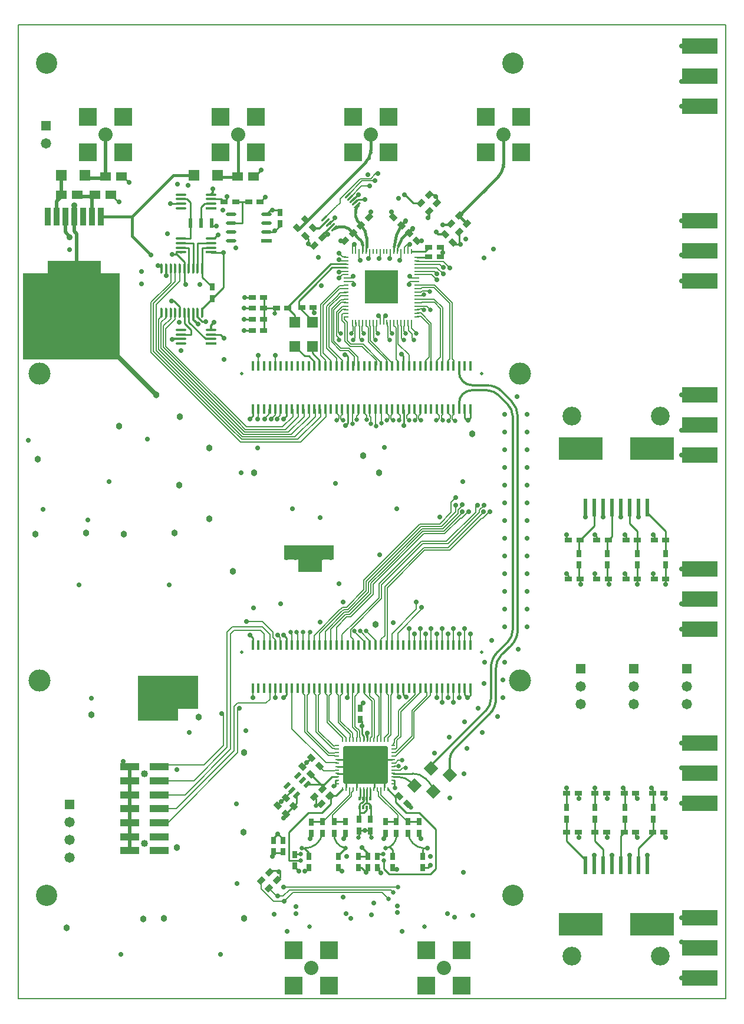
<source format=gtl>
%FSTAX23Y23*%
%MOIN*%
%SFA1B1*%

%IPPOS*%
%AMD24*
4,1,4,-0.008100,-0.016600,0.016600,0.008100,0.008100,0.016600,-0.016600,-0.008100,-0.008100,-0.016600,0.0*
1,1,0.012000,0.012400,0.012400*
1,1,0.012000,-0.012400,-0.012400*
%
%AMD25*
4,1,4,-0.012400,-0.020900,0.020900,0.012400,0.012400,0.020900,-0.020900,-0.012400,-0.012400,-0.020900,0.0*
%
%AMD26*
4,1,4,0.006700,0.020900,-0.020900,-0.006700,-0.006700,-0.020900,0.020900,0.006700,0.006700,0.020900,0.0*
%
%AMD47*
4,1,4,0.003500,0.024700,-0.024700,-0.003500,-0.003500,-0.024700,0.024700,0.003500,0.003500,0.024700,0.0*
%
%AMD48*
4,1,4,-0.042400,0.000000,0.000000,-0.042400,0.042400,0.000000,0.000000,0.042400,-0.042400,0.000000,0.0*
%
%AMD49*
4,1,4,-0.024700,0.003500,0.003500,-0.024700,0.024700,-0.003500,-0.003500,0.024700,-0.024700,0.003500,0.0*
%
%AMD67*
4,1,8,-0.127000,0.095500,-0.127000,-0.095500,-0.116000,-0.106500,0.116000,-0.106500,0.127000,-0.095500,0.127000,0.095500,0.116000,0.106500,-0.116000,0.106500,-0.127000,0.095500,0.0*
1,1,0.022000,-0.116000,0.095500*
1,1,0.022000,-0.116000,-0.095500*
1,1,0.022000,0.116000,-0.095500*
1,1,0.022000,0.116000,0.095500*
%
%ADD10C,0.010000*%
%ADD11C,0.011000*%
%ADD12C,0.009000*%
%ADD13C,0.011000*%
%ADD14C,0.015000*%
%ADD15C,0.016000*%
%ADD16C,0.011000*%
%ADD17C,0.010000*%
%ADD18C,0.011000*%
%ADD19C,0.014000*%
%ADD20R,0.035000X0.100000*%
%ADD21R,0.300000X0.300000*%
%ADD22R,0.108000X0.039000*%
%ADD23R,0.020000X0.052000*%
G04~CAMADD=24~3~0.0~0.0~470.0~120.0~0.0~0.0~0~0.0~0.0~0.0~0.0~0~0.0~0.0~0.0~0.0~0~0.0~0.0~0.0~225.0~366.0~366.0*
%ADD24D24*%
G04~CAMADD=25~9~0.0~0.0~470.0~120.0~0.0~0.0~0~0.0~0.0~0.0~0.0~0~0.0~0.0~0.0~0.0~0~0.0~0.0~0.0~225.0~418.0~417.0*
%ADD25D25*%
G04~CAMADD=26~9~0.0~0.0~390.0~200.0~0.0~0.0~0~0.0~0.0~0.0~0.0~0~0.0~0.0~0.0~0.0~0~0.0~0.0~0.0~45.0~418.0~417.0*
%ADD26D26*%
%ADD27R,0.020000X0.010000*%
%ADD28R,0.010000X0.020000*%
%ADD29R,0.011000X0.031000*%
%ADD30R,0.031000X0.011000*%
%ADD31R,0.012000X0.024000*%
%ADD32R,0.060000X0.050000*%
%ADD33R,0.060000X0.020000*%
%ADD34O,0.060000X0.020000*%
%ADD35O,0.060000X0.015000*%
%ADD36R,0.060000X0.015000*%
%ADD37R,0.012000X0.060000*%
%ADD38O,0.012000X0.060000*%
%ADD39R,0.018000X0.057000*%
%ADD40R,0.060000X0.060000*%
%ADD41R,0.200000X0.090000*%
%ADD42R,0.245000X0.130000*%
%ADD43R,0.022000X0.100000*%
%ADD44R,0.030000X0.040000*%
%ADD45R,0.040000X0.030000*%
%ADD46R,0.060000X0.060000*%
G04~CAMADD=47~9~0.0~0.0~400.0~300.0~0.0~0.0~0~0.0~0.0~0.0~0.0~0~0.0~0.0~0.0~0.0~0~0.0~0.0~0.0~45.0~494.0~493.0*
%ADD47D47*%
G04~CAMADD=48~10~0.0~601.0~0.0~0.0~0.0~0.0~0~0.0~0.0~0.0~0.0~0~0.0~0.0~0.0~0.0~0~0.0~0.0~0.0~135.0~601.0~0.0*
%ADD48D48*%
G04~CAMADD=49~9~0.0~0.0~400.0~300.0~0.0~0.0~0~0.0~0.0~0.0~0.0~0~0.0~0.0~0.0~0.0~0~0.0~0.0~0.0~135.0~494.0~493.0*
%ADD49D49*%
%ADD50R,0.185000X0.185000*%
%ADD51C,0.008000*%
%ADD52C,0.006000*%
%ADD53C,0.028000*%
%ADD54C,0.020000*%
%ADD55C,0.012000*%
%ADD56C,0.007000*%
%ADD57R,0.225000X0.255000*%
%ADD58R,0.550000X0.490000*%
%ADD59R,0.145000X0.190000*%
%ADD60R,0.285000X0.080000*%
%ADD61R,0.135000X0.075000*%
%ADD62C,0.080000*%
%ADD63R,0.100000X0.100000*%
%ADD64C,0.040000*%
%ADD65C,0.058000*%
%ADD66R,0.058000X0.058000*%
G04~CAMADD=67~8~0.0~0.0~2130.0~2540.0~110.0~0.0~15~0.0~0.0~0.0~0.0~0~0.0~0.0~0.0~0.0~0~0.0~0.0~0.0~90.0~2540.0~2130.0*
%ADD67D67*%
%ADD68C,0.020000*%
%ADD69C,0.106000*%
%ADD70C,0.120000*%
%ADD71C,0.125000*%
%ADD72C,0.028000*%
%ADD73C,0.038000*%
%ADD74C,0.035000*%
%ADD75C,0.026000*%
G54D10*
X0222Y01224D02*
D01*
D01*
G75*
G03X02149Y01254I-00073J-00074D01*
G74*G01*
X02301Y01244D02*
D01*
D01*
G75*
G03X0223Y01273I-00069J-00068D01*
G74*G01*
X02345Y01171D02*
D01*
D01*
G75*
G03X02324Y01221I-00070J-0D01*
G74*G01*
X02147Y04252D02*
D01*
D01*
G75*
G03X02143Y04222I00102J-00028D01*
G74*G01*
X0197Y01132D02*
D01*
D01*
G75*
G03Y01134I-0J00001D01*
G74*G01*
X0195Y01132D02*
D01*
D01*
G75*
G03X01951Y01134I-00003J00003D01*
G74*G01*
X01989Y01132D02*
D01*
D01*
G75*
G03X0199Y01134I-00003J00003D01*
G74*G01*
X0193Y01132D02*
D01*
D01*
G75*
G03X01931Y01134I-00003J00003D01*
G74*G01*
X01971Y01479D02*
D01*
D01*
G75*
G03X01965Y01494I-00022J-0D01*
G74*G01*
X01977D02*
D01*
D01*
G75*
G03X01971Y01478I00013J-00014D01*
G74*G01*
X0196Y0095D02*
X01991D01*
X0194Y0074D02*
X01965Y00715D01*
X01683Y01093D02*
Y0113D01*
X02119Y01254D02*
X02149D01*
X02301Y01244D02*
X02324Y01221D01*
X02119Y01273D02*
X0223D01*
X0145Y00824D02*
X01489D01*
X01496Y00831*
X01443Y00909D02*
X01467Y00933D01*
X01443Y00896D02*
Y00909D01*
X01467Y00933D02*
X01496Y00904D01*
Y00896D02*
Y00904D01*
X01418Y00714D02*
X0143Y00725D01*
X01463Y0067D02*
X0148Y00686D01*
X01418Y00714D02*
X01419D01*
X01922Y00912D02*
X01927Y00917D01*
Y00949*
X0199Y00919D02*
X01997Y00912D01*
X0199Y00919D02*
Y00949D01*
X015Y0102D02*
Y01032D01*
X01513Y01045*
X01933Y01577D02*
X01942Y01568D01*
Y01541D02*
Y01568D01*
Y01494D02*
Y01541D01*
Y01494D02*
X01951Y01485D01*
Y01462D02*
Y01485D01*
X02119Y01234D02*
X02127D01*
Y01201D02*
Y01234D01*
X01794Y01201D02*
Y01234D01*
X01928Y0095D02*
X0196D01*
X0193Y01015D02*
Y01051D01*
X01941Y01109D02*
X01951Y01119D01*
X0194Y01109D02*
X01941D01*
X0193Y011D02*
X0194Y01109D01*
X0193Y01051D02*
X01953D01*
X0197Y01067*
X0199Y01134D02*
Y01184D01*
X01951Y01134D02*
Y01184D01*
X01931Y01134D02*
Y01184D01*
X01657Y01D02*
X01719D01*
X01794Y01234D02*
X01802D01*
X01971Y01462D02*
Y015D01*
X01573Y01105D02*
Y01151D01*
X02032Y00818D02*
X02062D01*
X02072Y01001D02*
X02137D01*
X02203D02*
X02268D01*
X01951Y01119D02*
Y01134D01*
X0197Y01067D02*
Y01081D01*
X0193D02*
Y011D01*
Y01051D02*
Y01081D01*
X01786Y01001D02*
X01849D01*
X01774Y01254D02*
X01802D01*
X01719Y01186D02*
Y01199D01*
X0173Y0121D02*
X01774Y01254D01*
X01631Y0121D02*
X0171D01*
X01719Y01201*
X01653Y01267D02*
X0171Y0121D01*
X01719Y01199D02*
X0173Y0121D01*
X0171D02*
X0173D01*
X01922Y00805D02*
X01975D01*
X01922Y0074D02*
X0194D01*
X01975Y00805D02*
Y00822D01*
X01942Y00855D02*
X01975Y00822D01*
X01673Y0114D02*
X01683Y0113D01*
X01563Y00818D02*
X01596D01*
X0148Y00686D02*
Y00725D01*
X0143D02*
X0148D01*
X01513Y01045D02*
X01573Y01105D01*
X01561Y00744D02*
X01585Y0072D01*
X01641Y00805D02*
Y00824D01*
X01615Y00851D02*
X01641Y00824D01*
X01808Y00805D02*
Y00812D01*
X01848Y00852*
G54D11*
X022Y04326D03*
D03*
D03*
D03*
D03*
D03*
D03*
G54D12*
X02204Y04329D02*
D01*
D01*
G75*
G03X022Y04326I00008J-00015D01*
G74*G01*
X02204Y04329D02*
D01*
D01*
G75*
G03X022Y04326I00008J-00015D01*
G74*G01*
X02204Y04329D02*
D01*
D01*
G75*
G03X022Y04326I00008J-00015D01*
G74*G01*
X02208Y04331D02*
D01*
D01*
G75*
G02X02204Y04329I-00009J00013D01*
G74*G01*
X02208Y04331D02*
D01*
D01*
G75*
G02X02204Y04329I-00009J00013D01*
G74*G01*
X02208Y04331D02*
D01*
D01*
G75*
G02X02204Y04329I-00009J00013D01*
G74*G01*
X02208Y04331D02*
D01*
D01*
G75*
G02X02204Y04329I-00009J00013D01*
G74*G01*
X02208Y04331D02*
D01*
D01*
G75*
G02X02204Y04329I-00009J00013D01*
G74*G01*
X02208Y04331D02*
D01*
D01*
G75*
G02X02204Y04329I-00009J00013D01*
G74*G01*
X02208Y04331D02*
D01*
D01*
G75*
G02X02204Y04329I-00009J00013D01*
G74*G01*
D01*
D01*
G75*
G03X022Y04326I00008J-00015D01*
G74*G01*
X02204Y04329D02*
D01*
D01*
G75*
G03X022Y04326I00008J-00015D01*
G74*G01*
X02204Y04329D02*
D01*
D01*
G75*
G03X022Y04326I00008J-00015D01*
G74*G01*
X02204Y04329D02*
D01*
D01*
G75*
G03X022Y04326I00008J-00015D01*
G74*G01*
X0366Y0234D02*
Y0237D01*
X035Y0234D02*
Y0237D01*
X03335Y02345D02*
X0334Y0234D01*
X03335Y02345D02*
Y0237D01*
X03175Y02345D02*
X0318Y0234D01*
X03175Y02345D02*
Y0237D01*
X0358Y0119D02*
X03585Y01185D01*
Y0116D02*
Y01185D01*
X0342Y0119D02*
X03425Y01185D01*
Y0116D02*
Y01185D01*
X0326Y0116D02*
Y0119D01*
X031Y0116D02*
Y0119D01*
X03555Y02745D02*
Y02776D01*
Y02745D02*
X0366Y0264D01*
Y0259D02*
Y0264D01*
X03455Y02685D02*
Y02776D01*
Y02685D02*
X035Y0264D01*
Y0259D02*
Y0264D01*
X03175Y0259D02*
X03255Y0267D01*
Y02776*
X03335Y0259D02*
X03355Y0261D01*
Y02776*
X0317Y02585D02*
X03175Y0259D01*
X0317Y02515D02*
Y02585D01*
Y02375D02*
X03175Y0237D01*
X0317Y02375D02*
Y0245D01*
X0333Y02585D02*
X03335Y0259D01*
X0333Y02515D02*
Y02585D01*
Y02375D02*
X03335Y0237D01*
X0333Y02375D02*
Y0245D01*
X035Y0237D02*
Y0245D01*
Y02515D02*
Y0259D01*
X0366Y02515D02*
Y0259D01*
Y0237D02*
Y0245D01*
X031Y026D02*
Y0262D01*
Y026D02*
X0311Y0259D01*
X0326Y0262D02*
X0327Y0261D01*
Y0259D02*
Y0261D01*
X0343Y0262D02*
X03435Y02615D01*
Y0259D02*
Y02615D01*
X0359Y0262D02*
X03595Y02615D01*
Y0259D02*
Y02615D01*
X031Y024D02*
X0311Y0239D01*
Y0237D02*
Y0239D01*
X0326Y0238D02*
Y024D01*
Y0238D02*
X0327Y0237D01*
X0343Y024D02*
X03435Y02395D01*
Y0237D02*
Y02395D01*
X0359Y02375D02*
Y024D01*
Y02375D02*
X03595Y0237D01*
X03205Y00754D02*
Y00785D01*
X031Y0089D02*
X03205Y00785D01*
X031Y0089D02*
Y0094D01*
X03305Y00754D02*
Y00845D01*
X0326Y0089D02*
X03305Y00845D01*
X0326Y0089D02*
Y0094D01*
X03405Y0092D02*
X03425Y0094D01*
X03405Y00754D02*
Y0092D01*
X03505Y0085D02*
X03595Y0094D01*
X03505Y00754D02*
Y0085D01*
X03585Y0116D02*
X0359Y01155D01*
Y0108D02*
Y01155D01*
Y00945D02*
X03595Y0094D01*
X0359Y00945D02*
Y01015D01*
X03425Y0094D02*
X0343Y00945D01*
Y01015*
X03425Y0116D02*
X0343Y01155D01*
Y0108D02*
Y01155D01*
X0326Y0094D02*
Y01015D01*
Y0108D02*
Y0116D01*
X031Y0094D02*
Y01015D01*
Y0108D02*
Y0116D01*
X0365Y0092D02*
X0366Y0091D01*
X0365Y0092D02*
Y0094D01*
X0349Y0092D02*
X035Y0091D01*
X0349Y0092D02*
Y0094D01*
X03325Y00915D02*
X0333Y0091D01*
X03325Y00915D02*
Y0094D01*
X03165Y00915D02*
X0317Y0091D01*
X03165Y00915D02*
Y0094D01*
X0366Y0113D02*
Y0115D01*
X0365Y0116D02*
X0366Y0115D01*
X0349Y0114D02*
X035Y0113D01*
X0349Y0114D02*
Y0116D01*
X03325Y01135D02*
X0333Y0113D01*
X03325Y01135D02*
Y0116D01*
X03165Y01135D02*
X0317Y0113D01*
X03165Y01135D02*
Y0116D01*
X01875Y04525D02*
Y04526D01*
X01642Y0363D02*
X01673Y03599D01*
Y03574D02*
Y03599D01*
X01704Y03574D02*
Y03606D01*
X01661Y03649D02*
X01704Y03606D01*
X01619Y0363D02*
X01642D01*
X01563Y03686D02*
X01619Y0363D01*
X01661Y03649D02*
Y03686D01*
X01766Y0415D02*
X01854D01*
X01523Y03903D02*
X01563Y03863D01*
Y03821D02*
Y03863D01*
X01773Y0413D02*
X01854D01*
X01587Y03905D02*
X01661Y03831D01*
X01587Y03905D02*
X01601D01*
X01586Y03906D02*
X01587Y03905D01*
X01661Y03821D02*
Y03831D01*
X02555Y03282D02*
Y03334D01*
X02523Y0328D02*
Y03334D01*
X01862Y01701D02*
Y01771D01*
X01094Y04365D02*
X0112D01*
X01277Y03902D02*
X01323D01*
X01277Y03838D02*
X01323D01*
X01277Y03776D02*
X01323D01*
X01508Y01139D02*
X01546Y01178D01*
X01485Y01116D02*
X01508Y01139D01*
X02523Y01717D02*
Y01771D01*
X02177Y01717D02*
Y01771D01*
X01425Y04455D02*
X01466D01*
X01515Y03292D02*
Y03346D01*
Y01984D02*
Y02038D01*
Y01717D02*
Y01771D01*
X01326Y03292D02*
Y03346D01*
Y01984D02*
Y02038D01*
X01388Y03776D02*
Y03963D01*
X0139Y03903D02*
X01458D01*
X0145Y03872D02*
Y03895D01*
X01458Y03903*
X01666Y03882D02*
Y03905D01*
Y03882D02*
X01673Y03875D01*
X01523Y03907D02*
X01766Y0415D01*
X01523Y03903D02*
Y03907D01*
X01586Y03906D02*
Y03943D01*
X01672Y04029D02*
X01773Y0413D01*
X01586Y03943D02*
X01672Y04029D01*
X01265Y045D02*
X01301D01*
X01228D02*
X01265D01*
Y04382D02*
Y045D01*
X01202Y04382D02*
X01265D01*
X01466Y04455D02*
X01478Y04443D01*
X01402Y04432D02*
X01425Y04455D01*
X01444Y04332D02*
X01478Y04366D01*
X00895Y04205D02*
X00938Y04162D01*
X01402Y04332D02*
X01444D01*
X02491Y04268D02*
Y0432D01*
Y04268D02*
X02498Y04261D01*
X02457Y04272D02*
X02468Y04261D01*
X02498*
X02385Y04244D02*
X024Y04229D01*
Y04216D02*
Y04229D01*
X02491Y0432D02*
D01*
Y04332*
X0164Y0105D02*
X01715D01*
X01767Y01102*
X01796Y01147D02*
X01833Y01184D01*
X0178Y01147D02*
X01796D01*
X01767Y01102D02*
Y01134D01*
X01833Y0118D02*
Y01184D01*
X01758Y01149D02*
X01762Y01153D01*
X02555Y01716D02*
Y01756D01*
X0254Y01701D02*
X02555Y01716D01*
X02523Y01717D02*
X02535Y01705D01*
X02177Y01717D02*
X02188Y01705D01*
X01503D02*
X01515Y01717D01*
X01503Y0205D02*
X01515Y02038D01*
X01314Y0205D02*
X01326Y02038D01*
X02541Y03268D02*
X02555Y03282D01*
X02523Y0328D02*
X02535Y03268D01*
X01314Y0328D02*
X01326Y03292D01*
X01503Y0328D02*
X01515Y03292D01*
X02177Y03574D02*
Y03628D01*
X02165Y0364D02*
X02177Y03628D01*
X0185Y0364D02*
X01862Y03628D01*
Y03574D02*
Y03628D01*
X02085Y01352D02*
X02111D01*
X01337Y04645D02*
X01372Y0468D01*
X0133Y04645D02*
X01337D01*
X01088Y04215D02*
X0116D01*
X01862Y0325D02*
Y03331D01*
X0185Y03238D02*
X01862Y0325D01*
X02134Y0111D02*
Y01138D01*
Y0111D02*
X02191Y01053D01*
X02265*
X0236Y00735D02*
Y00958D01*
X02011Y01194D02*
Y0122D01*
X01758Y04379D02*
X01788Y0441D01*
X02265Y01053D02*
X0236Y00958D01*
X0197Y01106D02*
X01978D01*
X01961D02*
X0197D01*
X01978D02*
X01991Y01093D01*
X0195Y01095D02*
X01961Y01106D01*
X0197Y01134D02*
Y01184D01*
X01803Y01313D02*
X01839D01*
X01803Y01352D02*
X0185D01*
X01852Y01194D02*
Y0122D01*
X02069Y01194D02*
Y0122D01*
X01911Y01194D02*
Y0122D01*
X02251Y04189D02*
X02317D01*
X02223Y04222D02*
X02298D01*
X02441Y04372D02*
X02447Y04378D01*
X01889Y04511D02*
X0192Y04542D01*
X01921Y04514D02*
X01947D01*
X01953Y0452*
X01648Y04255D02*
X01674D01*
X01638Y04265D02*
X01648Y04255D01*
X01626Y04305D02*
X01638Y04293D01*
Y04265D02*
Y04293D01*
X01903Y04497D02*
X01921Y04514D01*
X02316Y04412D02*
X02321Y04417D01*
Y04449*
X02231Y04496D02*
X02275D01*
X02183Y04544D02*
X02231Y04496D01*
X02367Y04495D02*
Y04525D01*
X02359Y04533D02*
X02367Y04525D01*
X02321Y04542D02*
X0235D01*
X02359Y04533*
X01088Y03753D02*
X01141D01*
X01164Y0373*
X01058Y03728D02*
X01088D01*
X00963Y03823D02*
X01058Y03728D01*
X00963Y03823D02*
Y03874D01*
X00918Y03753D02*
X00975D01*
Y03778*
X00938Y03815D02*
X00975Y03778D01*
X00938Y03815D02*
Y03874D01*
Y04126D02*
Y04162D01*
X00915Y04214D02*
X00918Y04217D01*
X0104Y04126D02*
Y04243D01*
X01088*
X01014Y04126D02*
Y04268D01*
X01088*
X00989Y04126D02*
Y04268D01*
X00918D02*
X00989D01*
X00963Y04126D02*
Y04243D01*
X00918D02*
X00963D01*
X00918Y04294D02*
X00972D01*
X01088Y04215D02*
Y04217D01*
X01094Y04365D02*
Y04367D01*
X01224Y045D02*
X01228D01*
X01163D02*
X0118Y04517D01*
Y0453*
X01366Y045D02*
X01395Y04529D01*
X0104Y03898D02*
X01096Y03955D01*
X0104Y03874D02*
Y03898D01*
Y04076D02*
X01096Y0402D01*
X0104Y04076D02*
Y04126D01*
X01096Y03955D02*
X0116Y04018D01*
Y04215*
X00581Y04645D02*
X0059D01*
X00625Y0461*
X00524Y04541D02*
X00565Y045D01*
X0057*
X00912Y03874D02*
Y03908D01*
X0088Y0394D02*
X00912Y03908D01*
X00865Y0394D02*
X0088D01*
X0087Y03725D02*
X00873Y03728D01*
X02177Y03331D02*
X0218Y03328D01*
Y0324D02*
Y03328D01*
X01147Y04517D02*
X01163Y045D01*
X01088Y04517D02*
X01147D01*
X01053Y04491D02*
X01088D01*
X01033Y04471D02*
X01053Y04491D01*
X00918Y04517D02*
X00952D01*
X00972Y04497*
X00861Y04491D02*
X00918D01*
X0086Y0449D02*
X00861Y04491D01*
X01014Y03851D02*
Y03874D01*
Y03851D02*
X0104Y03825D01*
X0106*
X00897Y04217D02*
X00918D01*
X00885Y04205D02*
X00897Y04217D01*
X0087Y04205D02*
X00885D01*
X00895*
X0079Y0414D02*
X00795D01*
X0081Y04126*
X00835Y04085D02*
Y04126D01*
Y04085D02*
D01*
X00938Y04051D02*
X00947Y04042D01*
X00938Y04051D02*
Y04126D01*
X01654Y0136D02*
X01655D01*
X01467Y01098D02*
X01485Y01116D01*
X01607Y01313D02*
X01608D01*
X01849Y00914D02*
Y00935D01*
X0184Y00905D02*
X01849Y00914D01*
X01608Y01313D02*
X0163Y01335D01*
X01655Y0136*
X01648Y00904D02*
X01657Y00913D01*
Y00934*
X02066Y00905D02*
X02075Y00914D01*
Y00935*
X02267Y00914D02*
X02276Y00905D01*
X02267Y00914D02*
Y00935D01*
X0204Y00719D02*
Y0074D01*
Y00719D02*
X02049Y0071D01*
X02298Y04222D02*
X02321Y04245D01*
X01803Y01273D02*
X0184D01*
X01991Y01015D02*
Y01093D01*
X0197Y01106D02*
Y01132D01*
X0195Y01081D02*
Y01095D01*
X01033Y04367D02*
Y04471D01*
X00972Y04294D02*
Y04367D01*
Y04497*
X01279Y03963D02*
X01323D01*
X02065Y00735D02*
X02095Y00705D01*
X02065Y00735D02*
Y00783D01*
X0233Y00705D02*
X0236Y00735D01*
X02095Y00705D02*
X0233D01*
X02089Y01184D02*
D01*
X02134Y01138D01*
X02285Y0074D02*
X02315D01*
X0233Y00755*
X02115Y00805D02*
Y00841D01*
X02098Y00858D02*
X02115Y00841D01*
X0153Y00783D02*
Y0094D01*
Y00783D02*
X01596D01*
X0153Y0094D02*
X0164Y0105D01*
X01767Y01134D02*
X0178Y01147D01*
G54D13*
X02204Y04329D02*
D01*
D01*
G75*
G03X022Y04326I00004J-00010D01*
G74*G01*
X02209Y0433D02*
D01*
D01*
G75*
G03X022Y04326I0J-00012D01*
G74*G01*
X02204Y04329D02*
D01*
D01*
G75*
G03X022Y04326I00004J-00010D01*
G74*G01*
X02204Y04329D02*
D01*
D01*
G75*
G03X022Y04326I00004J-00010D01*
G74*G01*
X02205Y04329D02*
D01*
D01*
G75*
G02X02204I-0J0D01*
G74*G01*
X02205D02*
D01*
D01*
G75*
G02X02204I-0J0D01*
G74*G01*
X02205D02*
D01*
D01*
G75*
G02X02204I-0J0D01*
G74*G01*
X02209Y0433D02*
D01*
D01*
G75*
G03X02205Y04329I-0J-00006D01*
G74*G01*
X02209Y0433D02*
D01*
D01*
G75*
G03X02205Y04329I-0J-00006D01*
G74*G01*
X02209Y0433D02*
D01*
D01*
G75*
G03X02205Y04329I-0J-00006D01*
G74*G01*
X02209Y0433D02*
D01*
D01*
G75*
G03X02205Y04329I-0J-00006D01*
G74*G01*
X02209Y0433D02*
D01*
D01*
G75*
G03X02205Y04329I-0J-00006D01*
G74*G01*
X02209Y0433D02*
D01*
D01*
G75*
G03X02205Y04329I-0J-00006D01*
G74*G01*
X02209Y0433D02*
D01*
D01*
G75*
G03X02205Y04329I-0J-00006D01*
G74*G01*
D01*
D01*
G75*
G02X02204I-0J0D01*
G74*G01*
X02205D02*
D01*
D01*
G75*
G02X02204I-0J0D01*
G74*G01*
X02205D02*
D01*
D01*
G75*
G02X02204I-0J0D01*
G74*G01*
X02205D02*
D01*
D01*
G75*
G02X02204I-0J0D01*
G74*G01*
D01*
D01*
G75*
G03X022Y04326I00004J-00010D01*
G74*G01*
X02204Y04329D02*
D01*
D01*
G75*
G03X022Y04326I00004J-00010D01*
G74*G01*
X02204Y04329D02*
D01*
D01*
G75*
G03X022Y04326I00004J-00010D01*
G74*G01*
X02204Y04329D02*
D01*
D01*
G75*
G03X022Y04326I00004J-00010D01*
G74*G01*
G54D14*
X02208Y04331D02*
D01*
D01*
G75*
G03X02205Y04329I00006J-00013D01*
G74*G01*
X02208Y04331D02*
D01*
D01*
G75*
G03X02205Y04329I00006J-00013D01*
G74*G01*
X02208Y04331D02*
D01*
D01*
G75*
G03X02205Y04329I00006J-00013D01*
G74*G01*
X02208Y04331D02*
D01*
D01*
G75*
G03X02205Y04329I00006J-00013D01*
G74*G01*
X02208Y04331D02*
D01*
D01*
G75*
G03X02205Y04329I00006J-00013D01*
G74*G01*
X02208Y04331D02*
D01*
D01*
G75*
G03X02205Y04329I00006J-00013D01*
G74*G01*
X02208Y04331D02*
D01*
D01*
G75*
G03X02205Y04329I00006J-00013D01*
G74*G01*
D01*
D01*
G75*
G03X02148Y04252I00068J-00109D01*
G74*G01*
X02165Y0437D02*
D01*
D01*
G75*
G03X02125Y04248I00221J-00140D01*
G74*G01*
X01963Y04725D02*
D01*
D01*
G75*
G03X01981Y04749I-00080J00078D01*
G74*G01*
X01991Y04781D02*
D01*
D01*
G75*
G03X01992Y04795I-00102J00014D01*
G74*G01*
X01981Y04749D02*
D01*
D01*
G75*
G03X01991Y04781I-00082J00043D01*
G74*G01*
X01581Y04351D02*
D01*
D01*
G75*
G03X01584Y04352I0J00005D01*
G74*G01*
X02713Y04644D02*
D01*
D01*
G75*
G03X02741Y047I-00068J00069D01*
G74*G01*
D01*
D01*
G75*
G03X02742Y04714I-00102J00014D01*
G74*G01*
X01898Y04325D02*
D01*
D01*
G75*
G03X01894Y04327I-00006J-00007D01*
G74*G01*
X01892Y04326D02*
D01*
D01*
G75*
G03X01786Y0435I-00065J-00041D01*
G74*G01*
X01919Y04483D02*
D01*
D01*
G75*
G03X01938Y04371I00066J-00046D01*
G74*G01*
X01946Y04257D02*
D01*
D01*
G75*
G03X01934Y04287I-00046J-00001D01*
G74*G01*
X01968Y04298D02*
D01*
D01*
G75*
G03X01938Y04369I-00098J0D01*
G74*G01*
X01968Y04298D02*
D01*
D01*
G75*
G03X01938Y04369I-00098J0D01*
G74*G01*
X01968Y04298D02*
D01*
D01*
G75*
G03X01938Y04369I-00098J0D01*
G74*G01*
X01968Y04298D02*
D01*
D01*
G75*
G03X01938Y04369I-00098J0D01*
G74*G01*
X01968Y04298D02*
D01*
D01*
G75*
G03X01938Y04369I-00098J0D01*
G74*G01*
X01968Y04298D02*
D01*
D01*
G75*
G03X01938Y04369I-00098J0D01*
G74*G01*
X01968Y04298D02*
D01*
D01*
G75*
G03X01938Y04369I-00098J0D01*
G74*G01*
X01968Y04298D02*
D01*
D01*
G75*
G03X01938Y04369I-00098J0D01*
G74*G01*
X02209Y0432D02*
Y04327D01*
X01928Y0469D02*
X01963Y04725D01*
X0158Y04351D02*
Y04356D01*
X01587Y04349D02*
X01928Y0469D01*
X01992Y04795D02*
Y04882D01*
X02613Y04544D02*
X02713Y04644D01*
X0249Y04425D02*
X02537Y04378D01*
X02613Y04544D02*
X02642Y04573D01*
X02493Y04424D02*
X02613Y04544D01*
X02742Y04714D02*
Y04882D01*
X01927Y04293D02*
X01934Y04287D01*
X01241Y0464D02*
Y0485D01*
X0124Y04635D02*
Y0464D01*
X00465Y04417D02*
X00643D01*
X00876Y0465*
X00991*
X00643Y04307D02*
X0075Y042D01*
X00643Y04307D02*
Y04417D01*
X01968Y04248D02*
Y04298D01*
X01937Y0437D02*
X01938Y04369D01*
X01894Y04327D02*
X01927Y04293D01*
X01171Y0464D02*
X0124D01*
X01126D02*
X01171D01*
G54D15*
X0222Y04341D02*
D01*
D01*
G75*
G03X02224Y04351I-00009J00009D01*
G74*G01*
X0223Y04345D02*
D01*
D01*
G75*
G03X0222Y04341I0J-00014D01*
G74*G01*
X0219Y04389D02*
D01*
D01*
G75*
G03X0218Y04384I-0J-00011D01*
G74*G01*
D01*
D01*
G75*
G03X02184Y04395I-00009J00009D01*
G74*G01*
X02209Y04327D02*
Y0433D01*
X02165Y0437D02*
X0219Y04395D01*
G54D16*
X02126Y04252D02*
D01*
D01*
G75*
G03X02124Y04222I00678J-00060D01*
G74*G01*
X01969Y04246D02*
D01*
D01*
G75*
G03X01967Y0424I00004J-00004D01*
G74*G01*
X01968Y04248D02*
D01*
D01*
G75*
G03X01967Y04246I00003J-00003D01*
G74*G01*
X01968Y04248D02*
D01*
D01*
G75*
G03X01967Y04246I00003J-00003D01*
G74*G01*
X01968Y04248D02*
D01*
D01*
G75*
G03X01967Y04246I00003J-00003D01*
G74*G01*
X01968Y04248D02*
D01*
D01*
G75*
G03X01967Y04246I00003J-00003D01*
G74*G01*
X01968Y04248D02*
D01*
D01*
G75*
G03X01967Y04246I00003J-00003D01*
G74*G01*
X01968Y04248D02*
D01*
D01*
G75*
G03X01967Y04246I00003J-00003D01*
G74*G01*
X01968Y04248D02*
D01*
D01*
G75*
G03X01967Y04246I00003J-00003D01*
G74*G01*
X01968Y04248D02*
D01*
D01*
G75*
G03X01967Y04246I00003J-00003D01*
G74*G01*
X0229Y00851D02*
D01*
D01*
G75*
G03X02312I00011J00118D01*
G74*G01*
X02203Y00936D02*
D01*
D01*
G75*
G03X0229Y00851I00096J00011D01*
G74*G01*
X02075D02*
D01*
D01*
G75*
G03X02098Y00858I-00022J00115D01*
G74*G01*
D01*
D01*
G75*
G03X02137Y00936I-00035J00066D01*
G74*G01*
X01604Y00852D02*
D01*
D01*
G75*
G03X01615Y00851I00011J00066D01*
G74*G01*
D01*
D01*
G75*
G03X0172Y00936I00005J00100D01*
G74*G01*
X01786D02*
D01*
D01*
G75*
G03X01848Y00852I00073J-00011D01*
G74*G01*
X01967Y04222D02*
Y04246D01*
X01947Y04222D02*
Y04256D01*
X02285Y00805D02*
Y00846D01*
G54D17*
X0197Y01132D03*
G54D18*
X01968Y04248D03*
D03*
D03*
D03*
D03*
D03*
D03*
G54D19*
X02663Y01608D02*
D01*
D01*
G75*
G03X027Y01698I-00087J00088D01*
G74*G01*
X02786Y01996D02*
D01*
D01*
G75*
G03X02823Y02086I-00087J00088D01*
G74*G01*
X02345Y0133D02*
D01*
D01*
G75*
G03X02333Y01301I00028J-00028D01*
G74*G01*
X0246Y01405D02*
D01*
D01*
G75*
G03X0244Y01359I00050J-00049D01*
G74*G01*
X02729Y0194D02*
D01*
D01*
G75*
G03X027Y01869I00068J-00069D01*
G74*G01*
X02736Y03429D02*
D01*
D01*
G75*
G03X02645Y03466I-00088J-00087D01*
G74*G01*
X02823Y03289D02*
D01*
D01*
G75*
G03X02786Y03379I-00127J0D01*
G74*G01*
X02643Y01628D02*
D01*
D01*
G75*
G03X02672Y01698I-00068J00069D01*
G74*G01*
X02709Y01959D02*
D01*
D01*
G75*
G03X02672Y01869I00087J-00088D01*
G74*G01*
X02766Y02016D02*
D01*
D01*
G75*
G03X02795Y02086I-00068J00069D01*
G74*G01*
X02716Y03409D02*
D01*
D01*
G75*
G03X02645Y03438I-00069J-00068D01*
G74*G01*
X02795Y03289D02*
D01*
D01*
G75*
G03X02766Y03359I-00098J0D01*
G74*G01*
X02491Y0354D02*
D01*
D01*
G75*
G03X02565Y03466I00074J0D01*
G74*G01*
Y03438D02*
D01*
D01*
G75*
G03X02491Y03365I0J-00074D01*
G74*G01*
X0246Y01405D02*
X02663Y01608D01*
X02491Y0354D02*
Y03574D01*
X02736Y03429D02*
X02786Y03379D01*
X02491Y03331D02*
Y03365D01*
X0244Y01266D02*
Y01359D01*
X02565Y03466D02*
X02645D01*
X027Y01698D02*
Y01869D01*
X02729Y0194D02*
X02786Y01996D01*
X02823Y02086D02*
Y03289D01*
X02345Y0133D02*
X02643Y01628D01*
X02565Y03438D02*
X02645D01*
X02672Y01698D02*
Y01869D01*
X02709Y01959D02*
X02766Y02016D01*
X02716Y03409D02*
X02766Y03359D01*
X02795Y02086D02*
Y03289D01*
G54D20*
X00465Y04417D03*
X00415D03*
X00365D03*
X00315D03*
X00265D03*
X00215D03*
X00165D03*
G54D21*
X00315Y04017D03*
G54D22*
X0063Y0131D03*
Y00916D03*
X00797D03*
X0063Y00838D03*
X00797D03*
X0063Y01074D03*
X00797D03*
X0063Y00995D03*
X00797D03*
Y0131D03*
X0063Y01231D03*
X00797D03*
X0063Y01153D03*
X00797D03*
G54D23*
X01094Y04382D03*
X01033D03*
X00972D03*
G54D24*
X01861Y04539D03*
X01729Y04407D03*
X01743Y04393D03*
X01785Y04351D03*
X01757Y04379D03*
X01889Y04511D03*
X01903Y04497D03*
X01875Y04525D03*
X01771Y04365D03*
G54D25*
X01917Y04483D03*
G54D26*
X0152Y01204D03*
X01546Y01178D03*
X01573Y01151D03*
X01579Y01263D03*
X01605Y01236D03*
X01631Y0121D03*
G54D27*
X02119Y01215D03*
Y01234D03*
Y01254D03*
Y01274D03*
Y01293D03*
Y01313D03*
Y01333D03*
Y01352D03*
Y01372D03*
Y01392D03*
Y01411D03*
Y01431D03*
X01802D03*
Y01411D03*
Y01392D03*
Y01372D03*
Y01352D03*
Y01333D03*
Y01313D03*
Y01293D03*
Y01274D03*
Y01254D03*
Y01234D03*
Y01215D03*
G54D28*
X01833Y01184D03*
X01853D03*
X01872D03*
X01892D03*
X01912D03*
X01931D03*
X01951D03*
X01971D03*
X0199D03*
X0201D03*
X0203D03*
X0205D03*
X02069D03*
X02089D03*
Y01462D03*
X02069D03*
X0205D03*
X0203D03*
X0201D03*
X0199D03*
X01971D03*
X01951D03*
X01931D03*
X01912D03*
X01892D03*
X01872D03*
X01853D03*
X01833D03*
G54D29*
X02006Y04222D03*
X01986D03*
X01966D03*
X02025D03*
X01888D03*
X01907D03*
X01927D03*
X01947D03*
X02163Y0382D03*
X02183D03*
X02222D03*
X02203D03*
X02104Y04222D03*
X02084D03*
X02065D03*
X02045D03*
X01888Y0382D03*
X01907D03*
X02104D03*
X02124D03*
X02143D03*
X01966D03*
X01947D03*
X01927D03*
X02025D03*
X02006D03*
X01986D03*
X02084D03*
X02065D03*
X02045D03*
X02183Y04222D03*
X02203D03*
X02222D03*
X02124D03*
X02143D03*
X02163D03*
G54D30*
X01854Y03873D03*
Y03853D03*
X02251Y0409D03*
Y04109D03*
Y04129D03*
Y04149D03*
Y03893D03*
Y03912D03*
Y03932D03*
Y04011D03*
Y04031D03*
Y0405D03*
Y0407D03*
X01854Y04188D03*
Y04168D03*
Y04149D03*
Y04129D03*
Y0405D03*
Y04031D03*
Y04011D03*
Y03893D03*
Y0409D03*
Y04109D03*
Y0407D03*
Y03971D03*
Y03991D03*
Y03932D03*
Y03952D03*
Y03912D03*
X02251Y03873D03*
Y03853D03*
Y03991D03*
Y03971D03*
Y03952D03*
Y04188D03*
Y04168D03*
G54D31*
X01989Y01081D03*
X01969D03*
X0195D03*
X0193D03*
Y01132D03*
X0195D03*
X01969D03*
X01989D03*
G54D32*
X00524Y04541D03*
X00434D03*
X00332D03*
X00242D03*
X00581Y04645D03*
X00491D03*
X0133D03*
X0124D03*
G54D33*
X01402Y04282D03*
G54D34*
X01402Y04332D03*
Y04382D03*
Y04432D03*
X01202Y04282D03*
Y04332D03*
Y04382D03*
Y04432D03*
G54D35*
X00918Y04542D03*
X01088D03*
X00918Y04517D03*
Y04491D03*
Y04466D03*
X01088Y04517D03*
Y04491D03*
X00918Y04294D03*
X01088D03*
X00918Y04268D03*
Y04243D03*
Y04217D03*
X01088Y04268D03*
Y04243D03*
X00918Y03779D03*
X01088D03*
X00918Y03753D03*
Y03728D03*
Y03702D03*
X01088Y03753D03*
Y03728D03*
G54D36*
X01088Y04466D03*
Y04217D03*
Y03702D03*
G54D37*
X0104Y04126D03*
G54D38*
X01014Y04126D03*
X00989D03*
X00963D03*
X00938D03*
X00912D03*
X00886D03*
X00861D03*
X00835D03*
X0081D03*
X0104Y03874D03*
X01014D03*
X00989D03*
X00963D03*
X00938D03*
X00912D03*
X00886D03*
X00861D03*
X00835D03*
X0081D03*
G54D39*
X01326Y03574D03*
Y03331D03*
X01357Y03574D03*
Y03331D03*
X01389Y03574D03*
Y03331D03*
X01421Y03574D03*
Y03331D03*
X01452Y03574D03*
Y03331D03*
X01484Y03574D03*
Y03331D03*
X01515Y03574D03*
Y03331D03*
X01546Y03574D03*
Y03331D03*
X01578Y03574D03*
Y03331D03*
X0161Y03574D03*
Y03331D03*
X01641Y03574D03*
Y03331D03*
X01673Y03574D03*
Y03331D03*
X01704Y03574D03*
Y03331D03*
X01735Y03574D03*
Y03331D03*
X01767Y03574D03*
Y03331D03*
X01798Y03574D03*
Y03331D03*
X0183Y03574D03*
Y03331D03*
X01862Y03574D03*
Y03331D03*
X01893Y03574D03*
Y03331D03*
X01924Y03574D03*
Y03331D03*
X01956Y03574D03*
Y03331D03*
X01987Y03574D03*
Y03331D03*
X02019Y03574D03*
Y03331D03*
X0205Y03574D03*
Y03331D03*
X02082Y03574D03*
Y03331D03*
X02114Y03574D03*
Y03331D03*
X02145Y03574D03*
Y03331D03*
X02177Y03574D03*
Y03331D03*
X02208Y03574D03*
Y03331D03*
X0224Y03574D03*
Y03331D03*
X02271Y03574D03*
Y03331D03*
X02303Y03574D03*
Y03331D03*
X02334Y03574D03*
Y03331D03*
X02365Y03574D03*
Y03331D03*
X02397Y03574D03*
Y03331D03*
X02428Y03574D03*
Y03331D03*
X0246Y03574D03*
Y03331D03*
X02491Y03574D03*
Y03331D03*
X02523Y03574D03*
Y03331D03*
X02555Y03574D03*
Y03331D03*
X01326Y01999D03*
Y01756D03*
X01357Y01999D03*
Y01756D03*
X01389Y01999D03*
Y01756D03*
X01421Y01999D03*
Y01756D03*
X01452Y01999D03*
Y01756D03*
X01484Y01999D03*
Y01756D03*
X01515Y01999D03*
Y01756D03*
X01546Y01999D03*
Y01756D03*
X01578Y01999D03*
Y01756D03*
X0161Y01999D03*
Y01756D03*
X01641Y01999D03*
Y01756D03*
X01673Y01999D03*
Y01756D03*
X01704Y01999D03*
Y01756D03*
X01735Y01999D03*
Y01756D03*
X01767Y01999D03*
Y01756D03*
X01798Y01999D03*
Y01756D03*
X0183Y01999D03*
Y01756D03*
X01862Y01999D03*
Y01756D03*
X01893Y01999D03*
Y01756D03*
X01924Y01999D03*
Y01756D03*
X01956Y01999D03*
Y01756D03*
X01987Y01999D03*
Y01756D03*
X02019Y01999D03*
Y01756D03*
X0205Y01999D03*
Y01756D03*
X02082Y01999D03*
Y01756D03*
X02114Y01999D03*
Y01756D03*
X02145Y01999D03*
Y01756D03*
X02177Y01999D03*
Y01756D03*
X02208Y01999D03*
Y01756D03*
X0224Y01999D03*
Y01756D03*
X02271Y01999D03*
Y01756D03*
X02303Y01999D03*
Y01756D03*
X02334Y01999D03*
Y01756D03*
X02365Y01999D03*
Y01756D03*
X02397Y01999D03*
Y01756D03*
X02428Y01999D03*
Y01756D03*
X0246Y01999D03*
Y01756D03*
X02491Y01999D03*
Y01756D03*
X02523Y01999D03*
Y01756D03*
X02555Y01999D03*
Y01756D03*
G54D40*
X00241Y0465D03*
X00376D03*
X00991D03*
X01126D03*
G54D41*
X03852Y05211D03*
Y04226D03*
Y03242D03*
Y02258D03*
Y01274D03*
Y00289D03*
Y05041D03*
Y05381D03*
Y04056D03*
Y04396D03*
Y03072D03*
Y03412D03*
Y02088D03*
Y02428D03*
Y01104D03*
Y01444D03*
Y00119D03*
Y00459D03*
G54D42*
X03582Y03109D03*
X03178D03*
X03582Y00421D03*
X03178D03*
G54D43*
X03555Y02776D03*
X03505D03*
X03455D03*
X03405D03*
X03205D03*
X03255D03*
X03305D03*
X03355D03*
X03405Y00754D03*
X03455D03*
X03505D03*
X03555D03*
X03355D03*
X03305D03*
X03255D03*
X03205D03*
G54D44*
X0366Y0245D03*
Y02515D03*
X0317Y0245D03*
Y02515D03*
X0333Y0245D03*
Y02515D03*
X035Y0245D03*
Y02515D03*
X0359Y0108D03*
Y01015D03*
X0343Y0108D03*
Y01015D03*
X0326Y0108D03*
Y01015D03*
X031Y0108D03*
Y01015D03*
X01808Y0074D03*
Y00805D03*
X01641Y0074D03*
Y00805D03*
X02285Y0074D03*
Y00805D03*
X02115Y0074D03*
Y00805D03*
X01496Y00896D03*
Y00831D03*
X01443Y00896D03*
Y00831D03*
X01922Y0074D03*
Y00805D03*
X01975Y0074D03*
Y00805D03*
X01786Y00935D03*
Y01D03*
X01657Y00999D03*
Y00934D03*
X0172Y00935D03*
Y01D03*
X01927Y01014D03*
Y00949D03*
X0199Y01014D03*
Y00949D03*
X02203Y00935D03*
Y01D03*
X02267Y00935D03*
Y01D03*
X02075D03*
Y00935D03*
X02136D03*
Y01D03*
X01849Y00935D03*
Y01D03*
X01478Y04378D03*
Y04443D03*
X01933Y01577D03*
Y01642D03*
X02029Y0074D03*
Y00805D03*
X01561Y00751D03*
Y00816D03*
X01096Y0402D03*
Y03955D03*
G54D45*
X0311Y0237D03*
X03175D03*
X0327D03*
X03335D03*
X035D03*
X03435D03*
X0366D03*
X03595D03*
X0311Y0259D03*
X03175D03*
X0327D03*
X03335D03*
X035D03*
X03435D03*
X0366D03*
X03595D03*
X0365Y0116D03*
X03585D03*
X0349D03*
X03425D03*
X0326D03*
X03325D03*
X031D03*
X03165D03*
X0365Y0094D03*
X03585D03*
X0349D03*
X03425D03*
X0326D03*
X03325D03*
X031D03*
X03165D03*
X02385Y04244D03*
X0232D03*
X01163Y045D03*
X01228D03*
X0232Y0419D03*
X02385D03*
X01666Y03905D03*
X01601D03*
X01458Y03903D03*
X01523D03*
X01387Y03901D03*
X01322D03*
Y03962D03*
X01387D03*
X01322Y03838D03*
X01387D03*
X01322Y03776D03*
X01387D03*
X01301Y045D03*
X01366D03*
G54D46*
X01661Y03821D03*
Y03686D03*
X01563Y03821D03*
Y03686D03*
G54D47*
X01673Y0114D03*
X01719Y01186D03*
X01372Y00668D03*
X01418Y00714D03*
X01417Y00624D03*
X01463Y0067D03*
X01758Y01148D03*
X01712Y01102D03*
X02493Y04424D03*
X02447Y04378D03*
X01847Y0428D03*
X01893Y04326D03*
X01936Y04369D03*
X01982Y04415D03*
X0172Y04301D03*
X01674Y04255D03*
X02491Y04332D03*
X02537Y04378D03*
X02275Y04496D03*
X02321Y04542D03*
Y04449D03*
X02367Y04495D03*
G54D48*
X0244Y01266D03*
X02345Y01171D03*
X02333Y01301D03*
X02238Y01206D03*
G54D49*
X02411Y04318D03*
X02457Y04272D03*
X02152Y01146D03*
X02198Y011D03*
X02254Y0428D03*
X02208Y04326D03*
X02165Y04369D03*
X02119Y04415D03*
X01621Y044D03*
X01667Y04354D03*
X01623Y04308D03*
X01577Y04354D03*
X01655Y0136D03*
X01701Y01314D03*
X01607Y01313D03*
X01653Y01267D03*
X01557Y01089D03*
X01511Y01135D03*
X01467Y01091D03*
X01513Y01045D03*
G54D50*
X02053Y04022D03*
G54D51*
X0225Y022D02*
Y0224D01*
X02114Y02063D02*
X0225Y022D01*
X0228D02*
Y0221D01*
X02145Y02065D02*
X0228Y022D01*
X02334Y01999D02*
Y0209D01*
X02114Y01999D02*
Y02063D01*
X02145Y01999D02*
Y02065D01*
X02208Y01999D02*
Y0209D01*
X0224Y02059D02*
Y0206D01*
Y01999D02*
Y02059D01*
X02271Y01999D02*
Y0209D01*
X02303Y01999D02*
Y0206D01*
X02365D02*
X02366D01*
X02365Y01999D02*
Y0206D01*
X02397Y01999D02*
Y0209D01*
X02428Y0206D02*
X02429D01*
X02428Y01999D02*
Y0206D01*
X0246Y01999D02*
Y02089D01*
X02491Y01999D02*
Y0206D01*
X02523Y01999D02*
Y0209D01*
X02555Y01999D02*
Y0206D01*
X02145Y0171D02*
X02152Y01703D01*
X02145Y0171D02*
Y01756D01*
X03821Y01305D02*
X03852Y01274D01*
X0375Y01305D02*
X03821D01*
X02491Y017D02*
Y01756D01*
X0246Y01676D02*
Y01731D01*
X02397Y01676D02*
Y01731D01*
X02428Y01701D02*
Y01756D01*
X02365Y017D02*
Y01701D01*
Y01756*
X02209Y0433D02*
X0223Y04351D01*
X00797Y01074D02*
X00894D01*
X0137Y0208D02*
X01389Y02061D01*
X0122Y0208D02*
X0137D01*
X012Y0206D02*
X0122Y0208D01*
X012Y0141D02*
Y0206D01*
X00943Y01153D02*
X012Y0141D01*
X00797Y01153D02*
X00943D01*
X01389Y01999D02*
Y02061D01*
X0138Y021D02*
X01421Y02059D01*
X0121Y021D02*
X0138D01*
X0118Y0207D02*
X0121Y021D01*
X0118Y0142D02*
Y0207D01*
X00991Y01231D02*
X0118Y0142D01*
X00797Y01231D02*
X00991D01*
X01421Y02024D02*
Y02059D01*
X00894Y01074D02*
X0122Y014D01*
Y0165*
X0124Y0167*
X014*
X01421Y01691*
Y01756*
X01452Y01999D02*
Y02028D01*
X0144Y0204D02*
X01452Y02028D01*
X0144Y0204D02*
Y0207D01*
X0138Y0213D02*
X0144Y0207D01*
X0129Y0213D02*
X0138D01*
X0124Y0163D02*
X0125Y0164D01*
X0124Y0139D02*
Y0163D01*
X00845Y00995D02*
X0124Y0139D01*
X00797Y00995D02*
X00845D01*
X0115Y0161D02*
X0116Y016D01*
Y0143D02*
Y016D01*
X0105Y0132D02*
X0116Y0143D01*
X00807Y0132D02*
X0105D01*
X00797Y0131D02*
X00807Y0132D01*
X04Y0D02*
Y055D01*
X01193D02*
X04D01*
X0Y01681D02*
Y0365D01*
X00753Y0D02*
X04D01*
X0D02*
Y01681D01*
Y0D02*
X00753D01*
X0Y055D02*
X01193D01*
X0Y0365D02*
Y055D01*
G54D52*
X0246Y0209D02*
Y02089D01*
X02402Y04166D02*
X02439Y04128D01*
D01*
X02251Y04168D02*
X02253Y04166D01*
X02402*
X02542Y02751D02*
X02546D01*
X02505Y02714D02*
X02542Y02751D01*
X02498Y02714D02*
X02505D01*
X0241Y02627D02*
X02498Y02714D01*
X02293Y02627D02*
X0241D01*
X02007Y02286D02*
Y02341D01*
X02293Y02627*
X02003Y02282D02*
D01*
X02007Y02286*
X01999Y02278D02*
D01*
X02003Y02282*
X01995Y02274D02*
X01999Y02278D01*
X01995Y02274D02*
D01*
X01991Y0227D02*
X01995Y02274D01*
X01991Y0227D02*
D01*
X01878Y02157D02*
X01991Y0227D01*
X01856Y02157D02*
X01878D01*
X01798Y02099D02*
X01856Y02157D01*
X01798Y01999D02*
Y02099D01*
X02384Y04149D02*
X02403Y0413D01*
X02251Y04149D02*
X02384D01*
X0251Y02746D02*
Y02751D01*
X02405Y02641D02*
X0251Y02746D01*
X02287Y02641D02*
X02405D01*
X02063Y02416D02*
X02287Y02641D01*
X01993Y02347D02*
X02063Y02416D01*
X01993Y02292D02*
Y02347D01*
X01989Y02288D02*
X01993Y02292D01*
X01989Y02288D02*
D01*
X01985Y02284D02*
X01989Y02288D01*
X01985Y02284D02*
D01*
X01981Y0228D02*
X01985Y02284D01*
X01981Y0228D02*
D01*
X01872Y02171D02*
X01981Y0228D01*
X0185Y02171D02*
X01872D01*
X01846Y02167D02*
X0185Y02171D01*
X01846Y02167D02*
D01*
X01767Y02088D02*
X01846Y02167D01*
X01767Y01999D02*
Y02088D01*
X02335Y0409D02*
X02365Y0406D01*
X02251Y0409D02*
X02335D01*
X02447Y02747D02*
Y02805D01*
X02472Y0283*
X02383Y02683D02*
X02447Y02747D01*
X0227Y02683D02*
X02383D01*
X01951Y02364D02*
X0227Y02683D01*
X01951Y0231D02*
Y02364D01*
X01855Y02213D02*
X01951Y0231D01*
X01833Y02213D02*
X01855D01*
X01829Y02209D02*
X01833Y02213D01*
X01829Y02209D02*
D01*
X01825Y02205D02*
X01829Y02209D01*
X01825Y02205D02*
D01*
X01821Y02201D02*
X01825Y02205D01*
X01821Y02201D02*
D01*
X01816Y02197D02*
X01821Y02201D01*
X01816Y02197D02*
D01*
X01673Y02053D02*
X01816Y02197D01*
X01673Y01999D02*
Y02053D01*
X02251Y04109D02*
X02352D01*
X02366Y04096*
X02474Y0275D02*
Y02789D01*
X02393Y02669D02*
X02474Y0275D01*
X02276Y02669D02*
X02393D01*
X01965Y02359D02*
X02276Y02669D01*
X01965Y02304D02*
Y02359D01*
X01961Y023D02*
X01965Y02304D01*
X01961Y023D02*
D01*
X01861Y02199D02*
X01961Y023D01*
X01839Y02199D02*
X01861D01*
X01835Y02195D02*
X01839Y02199D01*
X01835Y02195D02*
D01*
X0183Y02191D02*
X01835Y02195D01*
X0183Y02191D02*
D01*
X01826Y02187D02*
X0183Y02191D01*
X01826Y02187D02*
D01*
X01704Y02064D02*
X01826Y02187D01*
X01704Y01999D02*
Y02064D01*
X02367Y04129D02*
X02402Y04094D01*
X02251Y04129D02*
X02367D01*
X0251Y02785D02*
Y0279D01*
X02487Y02743D02*
Y02761D01*
X0251Y02785*
X02399Y02655D02*
X02487Y02743D01*
X02282Y02655D02*
X02399D01*
X01979Y02353D02*
X02282Y02655D01*
X01979Y02298D02*
Y02353D01*
X01975Y02294D02*
X01979Y02298D01*
X01975Y02294D02*
D01*
X01971Y0229D02*
X01975Y02294D01*
X01971Y0229D02*
D01*
X01866Y02185D02*
X01971Y0229D01*
X01844Y02185D02*
X01866D01*
X0184Y02181D02*
X01844Y02185D01*
X0184Y02181D02*
D01*
X01836Y02177D02*
X0184Y02181D01*
X01836Y02177D02*
D01*
X01735Y02076D02*
X01836Y02177D01*
X01735Y01999D02*
Y02076D01*
X0202Y0466D02*
X02032D01*
X01993Y04633D02*
X0202Y0466D01*
X01934Y04633D02*
X01993D01*
X01818Y04517D02*
X01934Y04633D01*
X01818Y04517D02*
D01*
Y04496D02*
Y04517D01*
X01797Y04475D02*
X01818Y04496D01*
X01729Y04407D02*
X01797Y04475D01*
X02661Y02751D02*
X02665D01*
X02625Y02715D02*
X02661Y02751D01*
X02619Y02715D02*
X02625D01*
X02439Y02535D02*
X02619Y02715D01*
X02297Y02535D02*
X02439D01*
X02085Y02002D02*
Y02323D01*
X02297Y02535*
X02082Y01999D02*
X02085Y02002D01*
X01943Y04621D02*
X02016D01*
X01861Y04539D02*
X01943Y04621D01*
X02629Y02748D02*
Y02752D01*
X0243Y02549D02*
X02629Y02748D01*
X02291Y02549D02*
X0243D01*
X02071Y02329D02*
X02291Y02549D01*
X02071Y02051D02*
Y02329D01*
X0205Y01999D02*
Y0203D01*
X02071Y02051*
X0194Y0459D02*
X01985D01*
X01875Y04526D02*
X0194Y0459D01*
X02631Y02786D02*
Y02788D01*
X02606Y02748D02*
Y02761D01*
X02631Y02786*
X02429Y0257D02*
X02606Y02748D01*
X02285Y0257D02*
X02429D01*
X02053Y0226D02*
Y02338D01*
X02285Y0257*
X01878Y02086D02*
X02053Y0226D01*
X01878Y02045D02*
Y02086D01*
X01893Y01999D02*
Y0203D01*
X01878Y02045D02*
X01893Y0203D01*
X02585Y02779D02*
X02595Y02789D01*
X02585Y02749D02*
Y02779D01*
X0242Y02584D02*
X02585Y02749D01*
X02279Y02584D02*
X0242D01*
X02039Y02344D02*
X02279Y02584D01*
X02039Y02266D02*
Y02344D01*
X01912Y02139D02*
X02039Y02266D01*
X01912Y02139D02*
D01*
X0183Y01999D02*
Y02057D01*
X01912Y02139*
X01831Y03302D02*
Y03331D01*
X01824Y03277D02*
X01835Y03266D01*
X01817Y03759D02*
X01823D01*
X01986Y03802D02*
Y03821D01*
X0199Y03717D02*
X02114Y03593D01*
Y03574D02*
Y03593D01*
X01967Y03802D02*
Y03821D01*
X01978Y03712D02*
X02082Y03608D01*
Y03574D02*
Y03608D01*
X01967Y03802D02*
X01978Y03791D01*
X01986Y03802D02*
X0199Y03798D01*
X01978Y03712D02*
Y03791D01*
X0199Y03717D02*
Y03798D01*
X01841Y03838D02*
Y03853D01*
X0205Y03574D02*
Y03595D01*
X01948Y03698D02*
X0205Y03595D01*
X02025Y0358D02*
Y03604D01*
X01943Y03686D02*
X02025Y03604D01*
X01875Y03686D02*
X01943D01*
X01859Y03719D02*
X0188Y03698D01*
X01859Y03719D02*
Y0382D01*
X01845Y03853D02*
X01854D01*
X01841Y03838D02*
X01859Y0382D01*
X01847Y03714D02*
X01875Y03686D01*
X01847Y03714D02*
Y03815D01*
X01837Y03873D02*
X01854D01*
X01829Y03865D02*
X01837Y03873D01*
X01829Y03833D02*
X01847Y03815D01*
X01829Y03833D02*
Y03865D01*
X0188Y03698D02*
X01948D01*
X018Y03266D02*
X01811Y03277D01*
X01799Y03307D02*
Y03331D01*
X01798Y03746D02*
Y03878D01*
X01811Y03722D02*
Y03733D01*
X01798Y03746D02*
X01811Y03733D01*
X0181Y03766D02*
X01817Y03759D01*
X01893Y03574D02*
X01898Y03579D01*
X0187Y03674D02*
X0192Y03624D01*
Y03579D02*
Y03624D01*
X01865Y03662D02*
X01898Y03629D01*
X01852Y03934D02*
X01854Y03932D01*
X01825Y03934D02*
X01852D01*
X01783Y03892D02*
X01825Y03934D01*
X01783Y03715D02*
Y03892D01*
Y03715D02*
X01824Y03674D01*
X01839Y03948D02*
X01843Y03952D01*
X01854*
X01822Y03948D02*
X01839D01*
X01771Y03897D02*
X01822Y03948D01*
X01771Y0371D02*
Y03897D01*
X01824Y03674D02*
X0187D01*
X01898Y03579D02*
Y03629D01*
X01819Y03662D02*
X01865D01*
X01771Y0371D02*
X01819Y03662D01*
X01839Y04031D02*
X01854D01*
X01835Y04027D02*
X01839Y04031D01*
X01815Y04027D02*
X01835D01*
X0171Y03922D02*
X01815Y04027D01*
X01817Y04012D02*
X01854D01*
X01722Y03917D02*
X01817Y04012D01*
X0182Y03989D02*
X01852D01*
X01795Y03963D02*
X0182Y03989D01*
X01852D02*
X01854Y03991D01*
X01821Y03973D02*
X01852D01*
X01854Y03971*
X01755Y03907D02*
X01821Y03973D01*
X01831Y03894D02*
X01853D01*
X01854Y03893*
X0181Y03873D02*
X01831Y03894D01*
Y03911D02*
X01853D01*
X01798Y03878D02*
X01831Y03911D01*
X01811Y03277D02*
Y03295D01*
X01799Y03307D02*
X01811Y03295D01*
X0181Y03766D02*
Y03873D01*
X01798Y03574D02*
Y03618D01*
X01795Y03963D02*
D01*
X01743Y03912D02*
X01795Y03963D01*
X01743Y03674D02*
Y03912D01*
Y03674D02*
X01798Y03618D01*
X01831Y03574D02*
Y03606D01*
X01755Y03682D02*
Y03907D01*
Y03682D02*
X01831Y03606D01*
X01824Y03277D02*
Y03295D01*
X01831Y03302*
X01824Y03276D02*
Y03277D01*
X01767Y03574D02*
X01769Y03572D01*
X01767Y03574D02*
Y03604D01*
X01735Y03574D02*
Y03609D01*
X0171Y03634D02*
X01735Y03609D01*
X01722Y03649D02*
X01767Y03604D01*
X01722Y03649D02*
Y03917D01*
X0171Y03634D02*
Y03922D01*
X02006Y03802D02*
Y03821D01*
X02203Y03802D02*
Y03821D01*
X02085Y03802D02*
Y03821D01*
X02104Y03802D02*
Y03821D01*
X02203Y03802D02*
X02207Y03798D01*
X02101D02*
X02104Y03802D01*
X02085D02*
X02089Y03798D01*
X01904D02*
X01908Y03802D01*
X01888D02*
X01892Y03798D01*
X02006Y03802D02*
X0201Y03798D01*
X02022D02*
X02026Y03802D01*
Y03821*
X01943Y03798D02*
X01947Y03802D01*
X01926D02*
X0193Y03798D01*
X01926Y03802D02*
Y03821D01*
X01947Y03802D02*
Y03821D01*
X01908Y03802D02*
Y03821D01*
X01888Y03802D02*
Y03821D01*
X02163Y03802D02*
X02167Y03798D01*
X02179D02*
X02183Y03802D01*
Y0382*
Y03821*
X02163Y03802D02*
Y03821D01*
X02124Y03802D02*
Y03808D01*
X02203Y0408D02*
X02213Y0407D01*
X01986Y04176D02*
Y04222D01*
X02104Y04176D02*
Y04222D01*
X02045Y04176D02*
Y04222D01*
X02039Y0417D02*
X02045Y04176D01*
X0198Y0417D02*
X01986Y04176D01*
X01892Y0407D02*
X01902Y0408D01*
X01325Y01702D02*
X01326Y01703D01*
Y01756*
X01547Y01999D02*
Y02068D01*
X02057Y00602D02*
X02093Y00566D01*
X01553Y00602D02*
X02057D01*
X01502Y00551D02*
X01553Y00602D01*
X01372Y0062D02*
Y00668D01*
X01441Y00551D02*
X01502D01*
X01372Y0062D02*
X01441Y00551D01*
X01579Y01999D02*
Y02071D01*
X02105Y00616D02*
X0212Y00601D01*
X01531Y00616D02*
X02105D01*
X01466Y00581D02*
X01496D01*
X01531Y00616*
X01417Y00624D02*
X0146Y00581D01*
X01466*
X0161Y01999D02*
Y02067D01*
X01605D02*
X01609Y02071D01*
X01642Y02063D02*
X0165Y02071D01*
X01642Y01999D02*
Y02063D01*
X02135Y0063D02*
X02146Y00641D01*
X015Y0063D02*
X02135D01*
X01452Y01702D02*
Y01756D01*
X01478Y02004D02*
X01484Y01999D01*
X01478Y02004D02*
Y02042D01*
X01466Y02054D02*
X01478Y02042D01*
X01357Y03574D02*
Y03634D01*
X01452Y03574D02*
Y03634D01*
X01463Y03275D02*
Y03282D01*
X01465D02*
X01478Y03295D01*
Y03325*
X01484Y03331*
X01452Y03297D02*
Y03331D01*
X01429Y03275D02*
X01452Y03297D01*
X01416Y03302D02*
Y03331D01*
X01389Y03275D02*
X01416Y03302D01*
X01357Y03277D02*
Y03331D01*
X01353Y03275D02*
X01355Y03277D01*
X0174Y03289D02*
Y03331D01*
X01709Y03289D02*
Y03331D01*
X01678Y03289D02*
Y03331D01*
X01646Y03289D02*
Y03331D01*
X01615Y03289D02*
Y03331D01*
X01583Y03289D02*
Y03331D01*
X01551Y03289D02*
Y03331D01*
X00862Y04046D02*
Y04125D01*
X00861Y04126D02*
X00862Y04125D01*
X0075Y03934D02*
X00862Y04046D01*
X0075Y03651D02*
X01255Y03146D01*
X0075Y03651D02*
Y03934D01*
X012Y03222D02*
X0122Y03201D01*
X00886Y0405D02*
Y04126D01*
X00764Y03928D02*
X00886Y0405D01*
X00764Y03657D02*
X012Y03222D01*
X01261Y0316*
X00764Y03657D02*
Y03928D01*
X00912Y04056D02*
Y04126D01*
X00778Y03922D02*
X00912Y04056D01*
X00778Y03663D02*
X01267Y03174D01*
X00778Y03663D02*
Y03922D01*
X01219Y03241D02*
X01232Y03229D01*
X0081Y03857D02*
Y03874D01*
X00792Y03839D02*
X0081Y03857D01*
X00792Y03669D02*
X01219Y03241D01*
X01273Y03188*
X00792Y03669D02*
Y03839D01*
X00835Y03849D02*
Y03874D01*
X00806Y0382D02*
X00835Y03849D01*
X00806Y03674D02*
X01278Y03202D01*
X00806Y03674D02*
Y0382D01*
X01239Y03261D02*
X01284Y03216D01*
X00861Y03843D02*
Y03874D01*
X0082Y03802D02*
X00861Y03843D01*
X0082Y0368D02*
X01239Y03261D01*
X0082Y0368D02*
Y03802D01*
X00886Y03838D02*
Y03874D01*
X00834Y03786D02*
X00886Y03838D01*
X00834Y03686D02*
X0129Y0323D01*
X00834Y03686D02*
Y03786D01*
X01597Y03146D02*
X0174Y03289D01*
X01255Y03146D02*
X01597D01*
X01579Y0316D02*
X01709Y03289D01*
X01261Y0316D02*
X01579D01*
X01562Y03174D02*
X01678Y03289D01*
X01267Y03174D02*
X01562D01*
X01544Y03188D02*
X01646Y03289D01*
X01273Y03188D02*
X01544D01*
X01527Y03202D02*
X01615Y03289D01*
X01278Y03202D02*
X01527D01*
X0151Y03216D02*
X01583Y03289D01*
X01284Y03216D02*
X0151D01*
X01492Y0323D02*
X01551Y03289D01*
X0129Y0323D02*
X01492D01*
X02147Y03699D02*
Y03808D01*
Y03699D02*
X02208Y03638D01*
Y036D02*
Y03638D01*
X02145Y036D02*
Y03602D01*
X02135Y03612D02*
X02145Y03602D01*
X02135Y03612D02*
Y03791D01*
X02124Y03802D02*
X02135Y03791D01*
X02146Y03307D02*
Y03331D01*
X02209D02*
D01*
Y03307D02*
Y03331D01*
X02179Y03772D02*
Y03798D01*
Y03772D02*
X0219Y03762D01*
X02197Y03295D02*
X02209Y03307D01*
X02197Y03277D02*
Y03295D01*
X02167Y03732D02*
Y03798D01*
Y03732D02*
X02178Y03722D01*
X02158Y03277D02*
Y03295D01*
X02146Y03307D02*
X02158Y03295D01*
X01894Y03307D02*
Y03331D01*
X01994Y03247D02*
Y03286D01*
X01987Y03293D02*
Y0333D01*
Y03293D02*
X01994Y03286D01*
X0193Y03732D02*
X01941Y03722D01*
X0193Y03732D02*
Y03798D01*
X01968Y03272D02*
Y03295D01*
X01956Y03307D02*
X01968Y03295D01*
X01957Y03307D02*
Y03331D01*
X01987Y0333D02*
Y03331D01*
X01943Y03772D02*
X01953Y03762D01*
X01943Y03772D02*
Y03798D01*
X01888Y03247D02*
Y03326D01*
X01924Y03303D02*
Y03331D01*
X01913Y03292D02*
X01924Y03303D01*
X01913Y03272D02*
Y03292D01*
X02052Y03251D02*
Y03331D01*
X02051Y0325D02*
X02052Y03251D01*
X02022Y03772D02*
Y03798D01*
Y03772D02*
X02032Y03762D01*
X0202Y03233D02*
Y03331D01*
Y03233D02*
X02021Y03232D01*
X0201Y03732D02*
Y03798D01*
Y03732D02*
X0202Y03722D01*
X0161Y01724D02*
Y01756D01*
X0162Y01507D02*
Y01714D01*
X01642Y01724D02*
Y01756D01*
X01785Y01376D02*
X01788Y01372D01*
X01802*
X0161Y01724D02*
X0162Y01714D01*
X01788Y01391D02*
X01802D01*
X01785Y01388D02*
X01788Y01391D01*
X01632Y01714D02*
X01642Y01724D01*
X01632Y01512D02*
Y01714D01*
X01751Y01376D02*
X01785D01*
X0162Y01507D02*
X01751Y01376D01*
X01756Y01388D02*
X01785D01*
X01632Y01512D02*
X01756Y01388D01*
X01802Y01332D02*
Y01334D01*
X01547Y01526D02*
Y01756D01*
X01739Y01334D02*
X018D01*
X01547Y01526D02*
X01739Y01334D01*
X0189Y01753D02*
X01893Y01756D01*
X0189Y01713D02*
Y01753D01*
X01924Y0173D02*
Y01756D01*
X01902Y01708D02*
X01924Y0173D01*
X01916Y01479D02*
Y01509D01*
X01912Y01475D02*
X01916Y01479D01*
X01912Y01462D02*
Y01475D01*
X0189Y01535D02*
Y01713D01*
X01894Y01531D02*
D01*
X01916Y01509D01*
X0189Y01535D02*
X01894Y01531D01*
X01928Y01479D02*
X01931Y01475D01*
X01928Y01479D02*
Y01514D01*
X01931Y01462D02*
Y01475D01*
X01902Y01539D02*
X01928Y01514D01*
X01902Y01539D02*
Y01708D01*
X02274Y04031D02*
X02275Y0403D01*
X02251Y04031D02*
X02274D01*
X02251Y04012D02*
Y04011D01*
X02252D01*
X02451Y03616D02*
Y03932D01*
Y03616D02*
X02461Y03606D01*
Y03574D02*
Y03606D01*
X02353Y0403D02*
X02451Y03932D01*
X02275Y04011D02*
X02279Y04015D01*
X02252Y04011D02*
X02275D01*
X02439Y03616D02*
Y03927D01*
X02429Y03606D02*
X02439Y03616D01*
X02429Y03574D02*
Y03606D01*
X02279Y04015D02*
X02282Y04018D01*
X02275Y0403D02*
X02353D01*
X02282Y04018D02*
X02348D01*
X02439Y03927*
X02429Y03307D02*
Y03331D01*
X0243Y03266D02*
X02441Y03277D01*
X02461Y03302D02*
Y03331D01*
X02463Y03267D02*
X02468D01*
X02301Y03999D02*
X02323D01*
X02301D02*
D01*
X02323D02*
X02327Y03995D01*
X02301Y03999D02*
D01*
X02283D02*
X02301D01*
X02251Y03992D02*
X02276D01*
X02283Y03999*
X02454Y03295D02*
X02461Y03302D01*
X02454Y03276D02*
Y03295D01*
Y03276D02*
X02463Y03267D01*
X02287Y03972D02*
X02292Y03977D01*
X02251Y03972D02*
X02287D01*
X02429Y03307D02*
X02441Y03295D01*
Y03277D02*
Y03295D01*
X02398Y03606D02*
Y03904D01*
X02251Y03953D02*
X02349D01*
X02398Y03606D02*
D01*
Y03574D02*
Y03606D01*
X02279Y03933D02*
X0228Y03934D01*
X02351*
X02251Y03933D02*
X02279D01*
X02251D02*
D01*
X02366Y03606D02*
X02386Y03626D01*
X02366Y03574D02*
Y03606D01*
X02349Y03953D02*
X02398Y03904D01*
X02351Y03934D02*
X02386Y03899D01*
Y03626D02*
Y03899D01*
X02398Y03302D02*
Y03331D01*
X02391Y03277D02*
X02402Y03266D01*
X02366Y03331D02*
D01*
Y03307D02*
Y03331D01*
X02274Y03897D02*
X02294D01*
X02297*
X02391Y03295D02*
X02398Y03302D01*
X02391Y03277D02*
Y03295D01*
Y03276D02*
Y03277D01*
X0227Y03894D02*
X02274Y03897D01*
X02251Y03894D02*
X0227D01*
X02366Y03307D02*
X02378Y03295D01*
Y03277D02*
Y03295D01*
X02367Y03266D02*
X02378Y03277D01*
X01933Y01656D02*
X01949Y01672D01*
X01933Y01642D02*
Y01656D01*
X02036Y03858D02*
X02045Y03849D01*
Y0382D02*
Y03849D01*
X02065Y03847D02*
X02075Y03858D01*
X02065Y0382D02*
Y03847D01*
X01813Y04211D02*
X01833Y04191D01*
X01813Y0407D02*
X01833Y0409D01*
X01854*
X01888Y0425D02*
X01898Y0426D01*
X01888Y04222D02*
Y0425D01*
X01898Y0426D02*
X01907Y04251D01*
Y04222D02*
Y04251D01*
X02163Y04176D02*
Y04222D01*
X02213Y0405D02*
X02251D01*
X02213Y0407D02*
X02251D01*
X01813Y04175D02*
X0182Y04168D01*
X01854*
X01813Y04105D02*
X01817Y04109D01*
X01854*
Y0407D02*
X01892D01*
X01854Y0405D02*
X01892D01*
X01927Y04176D02*
X01933Y0417D01*
X01927Y04176D02*
Y04222D01*
X01872Y0115D02*
Y01184D01*
X01723Y01001D02*
X01872Y0115D01*
X01777Y0101D02*
Y01038D01*
X01892Y01174D02*
Y01184D01*
X01777Y01038D02*
X01884Y01145D01*
Y01166*
X01892Y01174*
X02049Y0115D02*
Y01184D01*
Y0115D02*
X02198Y01001D01*
X02145Y01009D02*
Y01037D01*
X02037Y01145D02*
X02145Y01037D01*
X02037Y01145D02*
Y01167D01*
X02029Y01175D02*
X02037Y01167D01*
X02029Y01175D02*
Y01184D01*
X01673Y01724D02*
X01683Y01714D01*
Y01508D02*
Y01714D01*
X01695D02*
X01705Y01724D01*
X01695Y01513D02*
Y01714D01*
X01683Y01508D02*
X01776Y01415D01*
X01788Y01411D02*
X01802D01*
X01785Y01415D02*
X01788Y01411D01*
X01776Y01415D02*
X01785D01*
X01695Y01513D02*
X01781Y01427D01*
X01785*
X01788Y01431D02*
X01802D01*
X01785Y01427D02*
X01788Y01431D01*
X01736Y01724D02*
X01745Y01715D01*
X01757Y01713D02*
X01768Y01724D01*
X01757Y0157D02*
X01852Y01475D01*
X01745Y01563D02*
X01833Y01475D01*
X01757Y01686D02*
Y01713D01*
X01799Y01724D02*
X01808Y01715D01*
Y01563D02*
Y01715D01*
X0182Y01713D02*
X01831Y01724D01*
X0182Y01568D02*
Y01713D01*
X01808Y01563D02*
X01876Y01495D01*
X01872Y01475D02*
X01876Y01479D01*
Y01495*
X0182Y01568D02*
X01888Y015D01*
Y01479D02*
X01892Y01475D01*
X01888Y01479D02*
Y015D01*
X02089Y01475D02*
X02105Y01491D01*
X02069Y01475D02*
X02093Y01499D01*
X02105Y01491D02*
Y01715D01*
X02114Y01724*
X02093Y01499D02*
Y01714D01*
X02083Y01724D02*
X02093Y01714D01*
X02225Y01628D02*
X02308Y01711D01*
Y01735*
X02132Y01372D02*
X02237Y01476D01*
Y01623*
X02132Y01391D02*
X02225Y01484D01*
Y01628*
X02237Y01623D02*
X02329Y01715D01*
Y01733*
X02162Y01483D02*
Y01623D01*
X0215Y01488D02*
Y01628D01*
X02241Y01718*
X02132Y01411D02*
X02139Y01418D01*
Y0146D02*
X02162Y01483D01*
X02139Y01418D02*
Y0146D01*
X02119Y01439D02*
X02127Y01447D01*
Y01465D02*
X0215Y01488D01*
X02127Y01447D02*
Y01465D01*
X02162Y01623D02*
X02272Y01733D01*
X018Y01334D02*
X01802Y01332D01*
X02089Y03732D02*
Y03798D01*
Y03732D02*
X02099Y03722D01*
X02083Y03307D02*
X02095Y03295D01*
Y03277D02*
Y03295D01*
X02101Y03772D02*
X02111Y03762D01*
X02101Y03772D02*
Y03798D01*
X02107Y03295D02*
X02114Y03302D01*
X02107Y03276D02*
Y03277D01*
Y03295*
X02223Y03788D02*
X02249Y03762D01*
X02264Y03276D02*
Y03277D01*
Y03295*
X02272Y03302*
X02227Y03732D02*
X02237Y03722D01*
X02227Y03732D02*
Y03756D01*
X02207Y03776D02*
Y03798D01*
Y03776D02*
X02227Y03756D01*
X02253Y03277D02*
Y03295D01*
X0224Y03307D02*
X02253Y03295D01*
X01881Y03762D02*
X01892Y03772D01*
Y03798*
X01893Y03722D02*
X01904Y03732D01*
Y03798*
X0203Y01482D02*
X02038Y0149D01*
Y01706*
X0203Y01462D02*
Y01482D01*
X0202Y01724D02*
X02038Y01706D01*
X0205Y01462D02*
Y01755D01*
Y01756*
X01987Y01711D02*
Y01756D01*
X0199Y01462D02*
Y01475D01*
X01999Y01483D02*
Y01683D01*
X0199Y01475D02*
X01999Y01483D01*
X01956Y01726D02*
X01999Y01683D01*
X01987Y01711D02*
X02011Y01688D01*
X0201Y01462D02*
Y01475D01*
X02011Y01476D02*
Y01688D01*
X0201Y01475D02*
X02011Y01476D01*
X01956Y01726D02*
Y01756D01*
X02203Y04222D02*
Y04251D01*
X02212Y0426*
X02183Y04222D02*
Y04245D01*
X02198Y0426*
X02212*
X01745Y01691D02*
Y01715D01*
X01705Y01724D02*
Y01756D01*
X01673Y01724D02*
Y01756D01*
X01757Y0157D02*
Y01686D01*
X01768Y01724D02*
Y01756D01*
X01852Y01461D02*
Y01475D01*
X01745Y01563D02*
Y01691D01*
X01833Y01461D02*
Y01475D01*
X01736Y01724D02*
Y01756D01*
X02119Y01372D02*
X02132D01*
X02119Y01391D02*
X02132D01*
X02119Y01411D02*
X02132D01*
X02241Y01718D02*
Y01756D01*
X02119Y01431D02*
Y01439D01*
X02114Y01724D02*
Y01756D01*
X02089Y01461D02*
Y01475D01*
X02083Y01724D02*
Y01756D01*
X02069Y01461D02*
Y01475D01*
X01831Y01724D02*
Y01756D01*
X01892Y01461D02*
Y01475D01*
X01872Y01461D02*
Y01475D01*
X01799Y01724D02*
Y01756D01*
X02114Y03302D02*
Y03331D01*
X02107Y03277D02*
X02118Y03266D01*
X02083Y03307D02*
Y03331D01*
Y03266D02*
X02095Y03277D01*
X0224Y03307D02*
Y03331D01*
X02241Y03266D02*
X02253Y03277D01*
X02272Y03302D02*
Y03331D01*
X02264Y03277D02*
X02276Y03266D01*
X02223Y03788D02*
Y03821D01*
X0202Y01724D02*
Y01756D01*
X02203Y0404D02*
X02213Y0405D01*
X01892D02*
X01902Y0404D01*
X01833Y04191D02*
X01854D01*
X02321Y03625D02*
Y03808D01*
X02275Y03874D02*
X02333Y03816D01*
Y03575D02*
Y03816D01*
X02251Y03874D02*
X02275D01*
Y03854D02*
X02321Y03808D01*
X02251Y03854D02*
X02275D01*
X02278*
X02303Y03606D02*
X02321Y03625D01*
X02303Y03574D02*
Y03606D01*
X0212Y01293D02*
X02159D01*
X02119D02*
X0212D01*
X02159D02*
X02171Y01305D01*
X0219*
X01967Y02077D02*
X02019Y02025D01*
Y01999D02*
Y02025D01*
X02121Y01315D02*
X0215D01*
X01987Y01999D02*
Y02023D01*
X01934Y02077D02*
X01987Y02023D01*
X02119Y01333D02*
X02131D01*
X02145Y01347*
X02168*
X01956Y01999D02*
Y02019D01*
X019Y02075D02*
X01956Y02019D01*
X02251Y03913D02*
X02308D01*
X0233Y03891*
X01421Y01999D02*
Y02024D01*
G54D53*
X0049Y037D02*
X0078Y0341D01*
G54D54*
X0033Y03988D02*
Y0432D01*
X00315Y03972D02*
X0033Y03988D01*
X00315Y04335D02*
X0033Y0432D01*
X00315Y04335D02*
Y04417D01*
X00376Y04635D02*
Y0464D01*
X00491Y04635D02*
Y0485D01*
X00415Y04417D02*
Y04531D01*
X00215Y04417D02*
Y04504D01*
X00242Y04531*
X00265Y0433D02*
Y04417D01*
Y0433D02*
X0029Y04305D01*
X00242Y04531D02*
Y0464D01*
X00421Y04635D02*
X00491D01*
X00376D02*
X00421D01*
X00332Y04531D02*
X00415D01*
X0063Y00838D02*
Y00916D01*
Y00995*
Y01074*
Y01153*
Y01231*
Y0131*
G54D55*
X01478Y04366D02*
Y04378D01*
X01735Y04329D02*
X01771Y04365D01*
X0172Y04314D02*
X01735Y04329D01*
X01748Y04319*
X024Y04372D02*
X02441D01*
X02373Y04318D02*
X02411D01*
X02359Y04332D02*
X02373Y04318D01*
X01701Y04351D02*
X01743Y04393D01*
X0167Y04351D02*
X01701D01*
X01088Y03779D02*
Y03803D01*
X01105Y0382*
X01088Y04542D02*
X011Y04554D01*
Y04575*
X01088Y04294D02*
X01109D01*
X0113Y04315*
X00873Y03728D02*
X00918D01*
X00989Y03836D02*
Y03874D01*
Y03836D02*
X01015Y0381D01*
G54D56*
X0179Y01293D02*
X01802D01*
X01786Y01289D02*
X0179Y01293D01*
X01701Y01314D02*
X01726Y01289D01*
X01786*
G54D57*
X00788Y01697D03*
G54D58*
X003Y03855D03*
G54D59*
X00942Y0173D03*
G54D60*
X01643Y0252D03*
G54D61*
X01648Y02447D03*
G54D62*
X02405Y00174D03*
X01655D03*
X00492Y0488D03*
X01992Y04882D03*
X02742D03*
X01242Y0488D03*
G54D63*
X02505Y00074D03*
Y00274D03*
X02305D03*
Y00074D03*
X01755D03*
Y00274D03*
X01555D03*
Y00074D03*
X00592Y0478D03*
Y0498D03*
X00392D03*
Y0478D03*
X02092Y04782D03*
Y04982D03*
X01892D03*
Y04782D03*
X02842D03*
Y04982D03*
X02642D03*
Y04782D03*
X01342Y0478D03*
Y0498D03*
X01142D03*
Y0478D03*
G54D64*
X00714Y00877D03*
Y01271D03*
G54D65*
X00289Y00998D03*
Y00898D03*
Y00798D03*
X00155Y04832D03*
X0378Y01666D03*
Y01766D03*
X0348Y01666D03*
Y01766D03*
X0318Y01666D03*
Y01766D03*
X02053Y04022D03*
G54D66*
X00289Y01098D03*
X00155Y04932D03*
X0378Y01866D03*
X0348D03*
X0318D03*
G54D67*
X01961Y01323D03*
G54D68*
X02619Y03533D03*
X01262D03*
X02619Y01957D03*
X01262D03*
G54D69*
X0363Y0329D03*
X0313D03*
X0363Y0024D03*
X0313D03*
G54D70*
X0016Y05285D03*
Y00585D03*
X02795D03*
Y05285D03*
G54D71*
X00118Y01799D03*
X02835D03*
Y03531D03*
X00118D03*
G54D72*
X0029Y0423D03*
X0375Y0321D03*
Y0518D03*
Y042D03*
Y0223D03*
X0225Y0224D03*
X0228Y0221D03*
X02334Y0209D03*
X02208D03*
X0224Y0206D03*
X02271Y0209D03*
X02303Y0206D03*
X0366Y0234D03*
X035D03*
X0334D03*
X0318D03*
X02366Y0206D03*
X02397Y0209D03*
X02429Y0206D03*
X0246Y0209D03*
X02491Y0206D03*
X02523Y0209D03*
X02555Y0206D03*
X02152Y01705D03*
X0375Y01305D03*
Y0032D03*
X0358Y0119D03*
X0342D03*
X0326D03*
X031D03*
X02491Y017D03*
X031Y0262D03*
X0326D03*
X0343D03*
X0359D03*
X031Y024D03*
X0326D03*
X0343D03*
X0359D03*
X03205Y0272D03*
X03305D03*
X03405D03*
X03505D03*
X0366Y0091D03*
X035D03*
X0333D03*
X0317D03*
X0366Y0113D03*
X035D03*
X0333D03*
X0317D03*
X03255Y0081D03*
X03355D03*
X03455D03*
X03555D03*
X0375Y00119D03*
Y00459D03*
Y01104D03*
Y01444D03*
Y02088D03*
Y02428D03*
Y03072D03*
Y03412D03*
Y04056D03*
Y04396D03*
Y05041D03*
Y05381D03*
X02439Y04128D03*
X02546Y02751D03*
X02403Y0413D03*
X0251Y02751D03*
X02365Y0406D03*
X02472Y0283D03*
X02366Y04096D03*
X02474Y02789D03*
X02402Y04094D03*
X0251Y0279D03*
X02032Y0466D03*
X02665Y02751D03*
X02016Y04621D03*
X02629Y02752D03*
X01985Y0459D03*
X02631Y02788D03*
X0253Y04291D03*
X02595Y02789D03*
X0246Y01675D03*
X02397D03*
X02428Y017D03*
X02365D03*
X01835Y00575D03*
X01502Y00551D03*
X01466Y00581D03*
X015Y0063D03*
X01466Y02054D03*
X01452Y01702D03*
X01325D03*
X01452Y03634D03*
X01357D03*
X01353Y03275D03*
X01392D03*
X01428D03*
X01463D03*
X01435Y00805D03*
X01467Y00933D03*
X01474Y00719D03*
X0145Y04338D03*
X01435Y04455D03*
X02498Y04261D03*
X0223Y04351D03*
X01977Y04D03*
Y04049D03*
X02129Y04D03*
Y04049D03*
Y03946D03*
X01977D03*
X02031D03*
X0208D03*
X02061Y01323D03*
X02011D03*
X01861D03*
X01911D03*
X01861Y01375D03*
X02061D03*
X02011D03*
X01961D03*
X01911D03*
Y01271D03*
X01961D03*
X02011D03*
X02061D03*
X01861D03*
X01911Y01231D03*
X01961D03*
X02011D03*
X02061D03*
X01861D03*
Y01415D03*
X02061D03*
X02011D03*
X01961D03*
X01911D03*
X01765Y02543D03*
Y02493D03*
X0254Y01701D03*
X02192Y01705D03*
X01859Y01701D03*
X01498D03*
X015Y02054D03*
X01309D03*
X02541Y03268D03*
X01309Y03276D03*
X01498D03*
X01353Y03111D03*
X02165Y0364D03*
X01847Y03638D03*
X00579Y00251D03*
X01143D03*
X01237Y00651D03*
X01231Y01102D03*
X01285Y01516D03*
X00591Y01341D03*
X00411Y01699D03*
X00056Y03155D03*
X00512Y0292D03*
X00138Y02765D03*
X00394Y02706D03*
X00342Y02337D03*
X00851Y02339D03*
X01707Y02129D03*
X01481Y02231D03*
X01328Y02209D03*
X0212Y02125D03*
X01811Y02345D03*
X02044Y02507D03*
X01706Y02717D03*
X02381Y02722D03*
X02138Y02767D03*
X02513Y0292D03*
X02069Y03114D03*
X01793Y02912D03*
X01548Y02767D03*
X01161Y0361D03*
X01372Y0468D03*
X01748Y04319D03*
X00697Y04038D03*
X015Y0102D03*
X01949Y01672D03*
X01713Y04028D03*
X01697Y04187D03*
X02036Y03858D03*
X024Y04216D03*
X02075Y03858D03*
X01813Y04211D03*
Y0407D03*
X01822Y0428D03*
X02279D03*
X02108Y04445D03*
X01993D03*
X02212Y0426D03*
X01898D03*
X02157Y0417D03*
X02098Y0418D03*
X0208Y04098D03*
X02031D03*
X01977D03*
X02129D03*
X02208Y04035D03*
X02213Y0408D03*
X01892D03*
X01897Y04035D03*
X02039Y0418D03*
X0198D03*
X01933Y0417D03*
X01813Y04105D03*
Y04175D03*
X01279Y03963D03*
X01277Y03776D03*
Y03838D03*
Y03902D03*
X02427Y00482D03*
X02144Y00524D03*
Y00488D03*
X01854Y00481D03*
X02329Y00806D03*
X0196Y0095D03*
X024Y04372D03*
X02361Y0433D03*
X0219Y04395D03*
X0157Y00483D03*
Y00522D03*
X01971Y015D03*
X01673Y03875D03*
X01924Y0454D03*
X0196Y04514D03*
X01638Y04265D03*
X02148Y04521D03*
X02181Y04543D03*
X02316Y04412D03*
X02359Y04533D03*
X01788Y0441D03*
X01976Y04656D03*
X01942Y01541D03*
X01105Y0382D03*
X01164Y0373D03*
X0086Y0449D03*
X011Y04575D03*
X0113Y04315D03*
X0116Y04215D03*
X0112Y04365D03*
X0118Y0453D03*
X01395Y04529D03*
X00625Y0461D03*
X0057Y045D03*
X00865Y0394D03*
X0087Y03725D03*
X0185Y03238D03*
X0218D03*
X0075Y042D03*
X009Y046D03*
X0096Y04595D03*
X0092Y0366D03*
X01015Y0381D03*
X0106Y03825D03*
X0091Y0382D03*
X0087Y04205D03*
X01155Y04455D03*
X00843Y04321D03*
X0123Y0424D03*
X00835Y04085D03*
X0079Y0414D03*
X00947Y04036D03*
X01026D03*
X00697Y04109D03*
X0005Y04085D03*
X001D03*
X0015D03*
X002D03*
X0025D03*
X003D03*
X0035D03*
X004D03*
X0045D03*
X005D03*
X0055D03*
Y04035D03*
X005D03*
X0045D03*
X004D03*
X0035D03*
X003D03*
X0025D03*
X002D03*
X0015D03*
X001D03*
X0005D03*
X0055Y03985D03*
X005D03*
X0045D03*
X004D03*
X0035D03*
X003D03*
X0025D03*
X002D03*
X0015D03*
X001D03*
X0005D03*
X0055Y03935D03*
X005D03*
X0045D03*
X004D03*
X0035D03*
X003D03*
X0025D03*
X002D03*
X0015D03*
X001D03*
X0005D03*
X0055Y03885D03*
X005D03*
X0045D03*
X004D03*
X0035D03*
X003D03*
X0025D03*
X002D03*
X0015D03*
X001D03*
X0005D03*
X0055Y03835D03*
X005D03*
X0045D03*
X004D03*
X0035D03*
X003D03*
X0025D03*
X002D03*
X0015D03*
X001D03*
X0005D03*
X0055Y03785D03*
X005D03*
X0045D03*
X004D03*
X0035D03*
X003D03*
X0025D03*
X002D03*
X0015D03*
X001D03*
X0005D03*
X0055Y03735D03*
X005D03*
X0045D03*
X004D03*
X0035D03*
X003D03*
X0025D03*
X002D03*
X0015D03*
X001D03*
X0005D03*
X0055Y03685D03*
X005D03*
X0045D03*
X004D03*
X0035D03*
X003D03*
X0025D03*
X002D03*
X0015D03*
X001D03*
X0005D03*
X0055Y03635D03*
X005D03*
X0045D03*
X004D03*
X0035D03*
X003D03*
X0025D03*
X002D03*
X0015D03*
X001D03*
X0005D03*
X01485Y01116D03*
X0163Y01335D03*
X0184Y00905D03*
X01648Y00904D03*
X02066Y00905D03*
X02276D03*
X01857Y00805D03*
X01965Y00715D03*
X0217Y0038D03*
X01518D03*
X02515Y00714D03*
X02685Y04235D03*
X02633Y04185D03*
X02049Y0071D03*
X01585Y0072D03*
X0201Y0054D03*
X01995Y00474D03*
X01445Y00477D03*
X0257Y0047D03*
X0188Y00455D03*
X02465Y0046D03*
X00965Y01506D03*
X00745Y01805D03*
X00795D03*
X00845D03*
X00895D03*
X00945D03*
X00995D03*
X00745Y01755D03*
X00795D03*
X00845D03*
X00895D03*
X00945D03*
X00995D03*
X00745Y01705D03*
X00795D03*
X00845D03*
X00895D03*
X00945D03*
X00995D03*
X00745Y01655D03*
X00795D03*
X00845D03*
X00895D03*
X00945D03*
X00995D03*
X00695D03*
Y01705D03*
Y01755D03*
Y01805D03*
X0088Y01605D03*
X0083D03*
X0078D03*
X00895Y01295D03*
X0073Y0316D03*
X0126Y0297D03*
X016Y02443D03*
X0165D03*
X017D03*
X01515Y02543D03*
Y02493D03*
X01715D03*
X01665D03*
X01615D03*
X01565D03*
X01715Y02543D03*
X01665D03*
X01615D03*
X01565D03*
X01942Y00855D03*
X01835Y0224D03*
X02875Y033D03*
Y032D03*
Y031D03*
Y03D03*
Y029D03*
Y028D03*
Y023D03*
Y024D03*
Y025D03*
Y026D03*
Y027D03*
Y021D03*
Y022D03*
X02825Y01975D03*
X0275Y019D03*
Y021D03*
Y022D03*
Y023D03*
Y024D03*
Y025D03*
Y026D03*
Y027D03*
Y031D03*
Y03D03*
Y029D03*
Y028D03*
Y032D03*
Y033D03*
X02675Y02025D03*
X0282Y034D03*
X02523Y01566D03*
X02598Y01641D03*
X02708Y01594D03*
X0274Y018D03*
Y017D03*
X02622Y01505D03*
X02536Y01416D03*
X02437Y01477D03*
X02632Y0178D03*
X02635Y019D03*
X02519Y01271D03*
X02439Y01136D03*
X02352Y01388D03*
X02312Y00851D03*
X0233Y00755D03*
X0162Y0072D03*
X0183D03*
X0214Y0073D03*
X0129Y0213D03*
X0125Y0164D03*
X0115Y0161D03*
G54D73*
X0078Y0341D03*
X00824Y00455D03*
X00274Y004D03*
X00895Y00854D03*
X0011Y03049D03*
X02038Y02973D03*
X0091Y02901D03*
X0108Y02711D03*
X01331Y0297D03*
X00597Y02625D03*
X00097D03*
X01212Y02415D03*
X00411Y01605D03*
X02565Y03191D03*
X0195Y03067D03*
X02019Y02116D03*
X01276Y00454D03*
X00705Y00453D03*
X01274Y00943D03*
X00382Y02631D03*
X00882D03*
X01275Y01393D03*
X00911Y03287D03*
X0108Y0311D03*
X00569Y03234D03*
X0102Y0159D03*
G54D74*
X00315Y0448D03*
X0029Y04302D03*
G54D75*
X01811Y03722D03*
X018Y03267D03*
X01823Y03759D03*
X01835Y03267D03*
X01539Y02071D03*
X02093Y00566D03*
X01574Y02071D03*
X0212Y00601D03*
X01609Y02071D03*
X0165D03*
X02146Y00631D03*
X01596Y00783D03*
X01997Y00912D03*
X0219Y03759D03*
X02178Y03722D03*
X01994Y03249D03*
X01941Y03722D03*
X01968Y03272D03*
X01953Y03759D03*
X02032D03*
X02053Y03251D03*
X02024Y03234D03*
X0202Y03722D03*
X01913Y03272D03*
X02468Y03266D03*
X02327Y03995D03*
X02292Y03977D03*
X02433Y03266D03*
X02399Y03267D03*
X02364D03*
X0233Y03891D03*
X02294D03*
X02297Y00407D03*
X01645D03*
X01596Y00818D03*
X02218Y0108D03*
X01683Y01093D03*
X0145Y03872D03*
X02062Y00818D03*
X02075Y00851D03*
X02065Y00783D03*
X01922Y00912D03*
X01848Y00852D03*
X01604D03*
X0213Y01193D03*
X01784Y012D03*
X01888Y03247D03*
X02111Y03759D03*
X02099Y03722D03*
X02118Y03267D03*
X02083D03*
X02152D03*
X02208D03*
X02276D03*
X02241D03*
X02249Y03759D03*
X02237Y03722D03*
X01893D03*
X01881Y03759D03*
X01967Y02077D03*
X01934D03*
X019D03*
X0219Y01305D03*
X0215Y01315D03*
X02168Y01347D03*
M02*
</source>
